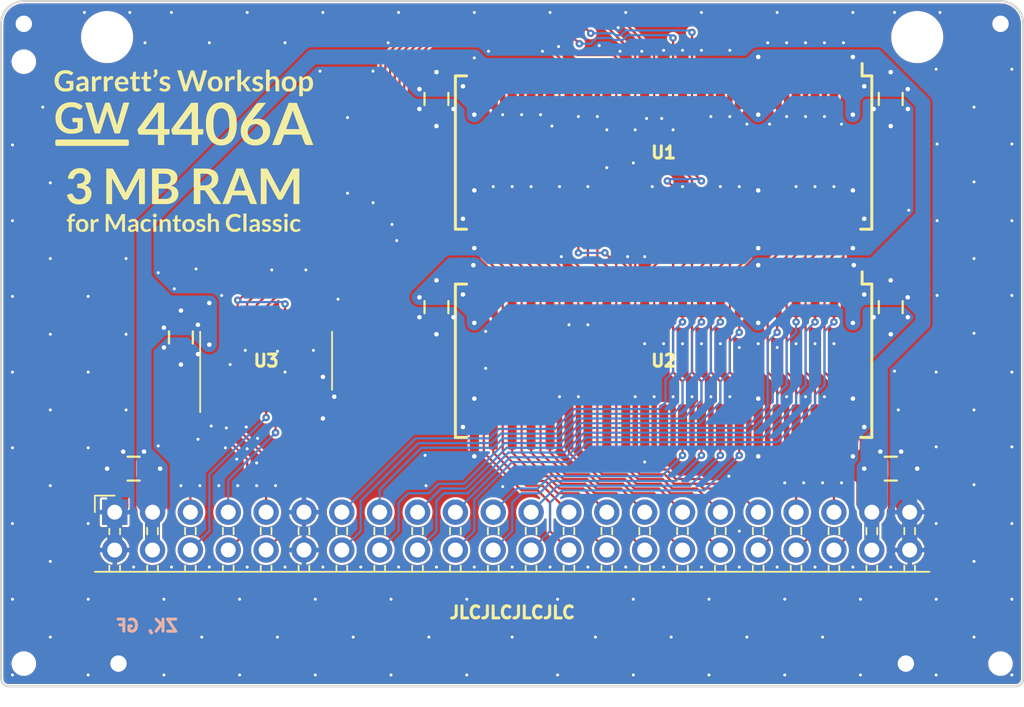
<source format=kicad_pcb>
(kicad_pcb (version 20221018) (generator pcbnew)
  (layers (0 "F.Cu" mixed) (31 "B.Cu" mixed) (34 "B.Paste" user) (35 "F.Paste" user) (36 "B.SilkS" user "B.Silkscreen") (37 "F.SilkS" user "F.Silkscreen") (38 "B.Mask" user) (39 "F.Mask" user) (44 "Edge.Cuts" user))
  (net 0 "")
  (net 1 "+5V")
  (net 2 "/~{WE}")
  (net 3 "GND")
  (net 4 "/A0")
  (net 5 "/A1")
  (net 6 "/A2")
  (net 7 "/A3")
  (net 8 "/A4")
  (net 9 "/A5")
  (net 10 "/A6")
  (net 11 "/A7")
  (net 12 "/A8")
  (net 13 "/A9")
  (net 14 "/~{RAS}")
  (net 15 "/DQ7")
  (net 16 "/DQ6")
  (net 17 "/DQ5")
  (net 18 "/DQ4")
  (net 19 "/DQ3")
  (net 20 "/DQ2")
  (net 21 "/DQ1")
  (net 22 "/DQ0")
  (net 23 "/U~{CAS}C")
  (net 24 "/L~{CAS}C")
  (net 25 "/L~{CAS}1")
  (net 26 "/U~{CAS}1")
  (net 27 "/U~{CAS}D")
  (net 28 "/L~{CAS}D")
  (net 29 "/DQ8")
  (net 30 "/DQ10")
  (net 31 "/DQ9")
  (net 32 "/DQ11")
  (net 33 "/DQ12")
  (net 34 "/DQ14")
  (net 35 "/DQ13")
  (net 36 "/DQ15")
  (net 37 "/~{OE}1")
  (net 38 "/~{OE}0")
  (net 41 "/U~{CAS}0")
  (net 42 "/L~{CAS}0")
  (footprint "stdpads:Fiducial" (layer "F.Cu") (at 90.424 90.424)
    (fp_text reference "FID4" hide)
    (fp_text value "Fiducial" hide)
  )
  (footprint "stdpads:C_0805" (layer "F.Cu") (at 115.57 109.435 -90)
    (fp_text reference "C4")
    (fp_text value "2u2")
  )
  (footprint "stdpads:C_0805" (layer "F.Cu") (at 95.25 120.269 180)
    (fp_text reference "C1")
    (fp_text value "2u2")
  )
  (footprint "stdpads:C_0805" (layer "F.Cu") (at 146.05 109.435 -90)
    (fp_text reference "C5")
    (fp_text value "2u2")
  )
  (footprint "stdpads:Fiducial" (layer "F.Cu") (at 150.876 90.424)
    (fp_text reference "FID3" hide)
    (fp_text value "Fiducial" hide)
  )
  (footprint "stdpads:PasteHole_1.1mm_PTH" (layer "F.Cu") (at 87.884 90.424)
    (fp_text reference "H4")
    (fp_text value " " hide)
  )
  (footprint "stdpads:PasteHole_1.1mm_PTH" (layer "F.Cu") (at 153.416 90.424)
    (fp_text reference "H3")
    (fp_text value " " hide)
  )
  (footprint "stdpads:PinSocket_2x22_P2.54mm_Horizontal" (layer "F.Cu") (at 93.98 123.19 90)
    (fp_text reference "J1" hide)
    (fp_text value "RAM Exp." hide)
  )
  (footprint "stdpads:PasteHole_1.1mm_PTH" (layer "F.Cu") (at 147.066 133.35 180)
    (fp_text reference "H2")
    (fp_text value " " hide)
  )
  (footprint "stdpads:Fiducial" (layer "F.Cu") (at 94.234 130.81 180)
    (fp_text reference "FID1" hide)
    (fp_text value "Fiducial" hide)
  )
  (footprint "stdpads:Fiducial" (layer "F.Cu") (at 147.066 130.81 180)
    (fp_text reference "FID2" hide)
    (fp_text value "Fiducial" hide)
  )
  (footprint "stdpads:SOJ-42_400mil" (layer "F.Cu") (at 130.81 99.06 -90)
    (fp_text reference "U1")
    (fp_text value "AS4C1M16F5")
  )
  (footprint "stdpads:SOIC-14_3.9mm" (layer "F.Cu") (at 104.14 113.03)
    (fp_text reference "U3")
    (fp_text value "74HCT08D")
  )
  (footprint "stdpads:SOJ-42_400mil" (layer "F.Cu") (at 130.81 113.03 -90)
    (fp_text reference "U2")
    (fp_text value "AS4C1M16F5")
  )
  (footprint "stdpads:C_0805" (layer "F.Cu") (at 146.05 120.269)
    (fp_text reference "C2")
    (fp_text value "2u2")
  )
  (footprint "stdpads:C_0805" (layer "F.Cu") (at 98.425 111.467 -90)
    (fp_text reference "C3")
    (fp_text value "2u2")
  )
  (footprint "stdpads:C_0805" (layer "F.Cu") (at 146.05 95.465 -90)
    (fp_text reference "C7")
    (fp_text value "2u2")
  )
  (footprint "stdpads:C_0805" (layer "F.Cu") (at 115.57 95.465 -90)
    (fp_text reference "C6")
    (fp_text value "2u2")
  )
  (footprint "stdpads:PasteHole_1.1mm_PTH" (layer "F.Cu") (at 94.234 133.35 180)
    (fp_text reference "H1")
    (fp_text value " " hide)
  )
  (footprint "LOGO" (layer "F.Cu") (at 98.6155 96.266)
    (fp_text reference "G***" hide)
    (fp_text value "LOGO" hide)
  )
  (footprint "stdpads:PasteHole_1.152mm_NPTH" (layer "F.Cu") (at 87.884 133.35)
    (fp_text reference "H6")
    (fp_text value " " hide)
  )
  (footprint "stdpads:PasteHole_3mm_NPTH" (layer "F.Cu") (at 93.472 91.313)
    (fp_text reference "H9")
    (fp_text value " " hide)
  )
  (footprint "LOGO" (layer "F.Cu") (at 98.6155 102.1715)
    (fp_text reference "G***" hide)
    (fp_text value "LOGO" hide)
  )
  (footprint "stdpads:PasteHole_1.152mm_NPTH" (layer "F.Cu") (at 87.884 92.964)
    (fp_text reference "H7")
    (fp_text value " " hide)
  )
  (footprint "stdpads:PasteHole_3mm_NPTH" (layer "F.Cu") (at 147.828 91.313)
    (fp_text reference "H8")
    (fp_text value " " hide)
  )
  (footprint "stdpads:PasteHole_1.152mm_NPTH" (layer "F.Cu") (at 153.416 133.35)
    (fp_text reference "H5")
    (fp_text value " " hide)
  )
  (gr_line (start 153.416 88.9) (end 87.884 88.9) (stroke (width 0.15)) (layer "Edge.Cuts"))
  (gr_line (start 154.94 118.5545) (end 154.94 90.424) (stroke (width 0.15)) (layer "Edge.Cuts"))
  (gr_arc (start 86.36 90.424) (mid 86.806369 89.346369) (end 87.884 88.9) (stroke (width 0.15)) (layer "Edge.Cuts"))
  (gr_arc (start 153.416 88.9) (mid 154.493631 89.346369) (end 154.94 90.424) (stroke (width 0.15)) (layer "Edge.Cuts"))
  (gr_arc (start 86.868 134.874) (mid 86.50879 134.72521) (end 86.36 134.366) (stroke (width 0.15)) (layer "Edge.Cuts"))
  (gr_line (start 154.94 134.366) (end 154.94 118.5545) (stroke (width 0.15)) (layer "Edge.Cuts"))
  (gr_line (start 86.36 90.424) (end 86.36 134.366) (stroke (width 0.15)) (layer "Edge.Cuts"))
  (gr_line (start 86.868 134.874) (end 154.432 134.874) (stroke (width 0.15)) (layer "Edge.Cuts"))
  (gr_arc (start 154.94 134.366) (mid 154.79121 134.72521) (end 154.432 134.874) (stroke (width 0.15)) (layer "Edge.Cuts"))
  (gr_text "ZK, GF" (at 96.139 130.81) (layer "B.SilkS") (effects (font (size 0.8128 0.8128) (thickness 0.2032)) (justify mirror)))
  (gr_text "JLCJLCJLCJLC" (at 120.65 129.921) (layer "F.SilkS") (effects (font (size 0.8128 0.8128) (thickness 0.2032))))
  (segment (start 137.16 94.59) (end 137.16 96.52) (width 0.6) (layer "F.Cu") (net 1))
  (segment (start 137.16 108.56) (end 137.16 110.49) (width 0.6) (layer "F.Cu") (net 1))
  (segment (start 137.16 94.59) (end 137.16 92.6465) (width 0.6) (layer "F.Cu") (net 1))
  (segment (start 137.16 108.56) (end 137.16 106.6165) (width 0.6) (layer "F.Cu") (net 1))
  (segment (start 146.05 108.585) (end 146.05 107.6325) (width 0.6) (layer "F.Cu") (net 1))
  (segment (start 146.05 108.585) (end 144.272 108.585) (width 0.6) (layer "F.Cu") (net 1))
  (segment (start 146.05 108.585) (end 147.0025 108.585) (width 0.6) (layer "F.Cu") (net 1))
  (segment (start 147.0025 108.585) (end 147.193 108.7755) (width 0.6) (layer "F.Cu") (net 1))
  (segment (start 115.57 94.615) (end 117.348 94.615) (width 0.6) (layer "F.Cu") (net 1))
  (segment (start 115.57 94.615) (end 115.57 93.6625) (width 0.6) (layer "F.Cu") (net 1))
  (segment (start 114.6175 94.615) (end 114.427 94.8055) (width 0.6) (layer "F.Cu") (net 1))
  (segment (start 115.57 94.615) (end 114.6175 94.615) (width 0.6) (layer "F.Cu") (net 1))
  (segment (start 96.1 120.269) (end 97.028 120.269) (width 0.6) (layer "F.Cu") (net 1))
  (segment (start 96.1 120.269) (end 96.1 119.2775) (width 0.6) (layer "F.Cu") (net 1))
  (segment (start 96.1 119.2775) (end 95.9485 119.126) (width 0.6) (layer "F.Cu") (net 1))
  (segment (start 100.33 110.555) (end 100.33 111.9505) (width 0.6) (layer "F.Cu") (net 1))
  (segment (start 97.4725 110.617) (end 97.282 110.8075) (width 0.6) (layer "F.Cu") (net 1))
  (segment (start 100.33 110.555) (end 100.268 110.617) (width 0.6) (layer "F.Cu") (net 1))
  (segment (start 100.268 110.617) (end 99.568 110.617) (width 0.6) (layer "F.Cu") (net 1))
  (segment (start 98.425 110.617) (end 98.425 109.6645) (width 0.6) (layer "F.Cu") (net 1))
  (segment (start 100.33 110.555) (end 100.33 109.1565) (width 0.6) (layer "F.Cu") (net 1))
  (segment (start 98.425 110.617) (end 97.4725 110.617) (width 0.6) (layer "F.Cu") (net 1))
  (segment (start 98.425 110.617) (end 99.568 110.617) (width 0.6) (layer "F.Cu") (net 1))
  (segment (start 145.2 122.77) (end 144.78 123.19) (width 1) (layer "F.Cu") (net 1))
  (segment (start 143.51 108.56) (end 143.51 106.68) (width 0.6) (layer "F.Cu") (net 1))
  (segment (start 143.51 94.59) (end 143.51 92.6465) (width 0.6) (layer "F.Cu") (net 1))
  (segment (start 118.11 94.59) (end 118.11 96.52) (width 0.6) (layer "F.Cu") (net 1))
  (segment (start 118.11 108.56) (end 118.11 106.68) (width 0.6) (layer "F.Cu") (net 1))
  (segment (start 143.535 108.585) (end 144.272 108.585) (width 0.6) (layer "F.Cu") (net 1))
  (segment (start 118.085 94.615) (end 117.348 94.615) (width 0.6) (layer "F.Cu") (net 1))
  (segment (start 147.0025 94.615) (end 147.193 94.8055) (width 0.6) (layer "F.Cu") (net 1))
  (segment (start 143.51 108.56) (end 143.535 108.585) (width 0.6) (layer "F.Cu") (net 1))
  (segment (start 96.1 120.269) (end 96.1 122.77) (width 1) (layer "F.Cu") (net 1))
  (segment (start 145.2 120.269) (end 145.2 119.2775) (width 0.6) (layer "F.Cu") (net 1))
  (segment (start 115.57 108.585) (end 115.57 107.6325) (width 0.6) (layer "F.Cu") (net 1))
  (segment (start 146.05 94.615) (end 146.05 93.6625) (width 0.6) (layer "F.Cu") (net 1))
  (segment (start 96.52 123.19) (end 96.52 125.73) (width 1) (layer "F.Cu") (net 1))
  (segment (start 145.2 120.269) (end 145.2 122.77) (width 1) (layer "F.Cu") (net 1))
  (segment (start 114.6175 108.585) (end 114.427 108.7755) (width 0.6) (layer "F.Cu") (net 1))
  (segment (start 118.085 108.585) (end 117.348 108.585) (width 0.6) (layer "F.Cu") (net 1))
  (segment (start 143.51 94.59) (end 143.535 94.615) (width 0.6) (layer "F.Cu") (net 1))
  (segment (start 118.11 108.56) (end 118.085 108.585) (width 0.6) (layer "F.Cu") (net 1))
  (segment (start 118.11 108.56) (end 118.11 110.49) (width 0.6) (layer "F.Cu") (net 1))
  (segment (start 143.51 108.56) (end 143.51 110.49) (width 0.6) (layer "F.Cu") (net 1))
  (segment (start 143.51 94.59) (end 143.51 96.52) (width 0.6) (layer "F.Cu") (net 1))
  (segment (start 118.11 94.59) (end 118.11 92.71) (width 0.5) (layer "F.Cu") (net 1))
  (segment (start 118.11 106.68) (end 118.0465 106.6165) (width 0.6) (layer "F.Cu") (net 1))
  (segment (start 146.05 94.615) (end 147.0025 94.615) (width 0.6) (layer "F.Cu") (net 1))
  (segment (start 146.05 94.615) (end 144.272 94.615) (width 0.6) (layer "F.Cu") (net 1))
  (segment (start 145.2 120.269) (end 144.272 120.269) (width 0.6) (layer "F.Cu") (net 1))
  (segment (start 143.535 94.615) (end 144.272 94.615) (width 0.6) (layer "F.Cu") (net 1))
  (segment (start 115.57 108.585) (end 117.348 108.585) (width 0.6) (layer "F.Cu") (net 1))
  (segment (start 118.11 94.59) (end 118.085 94.615) (width 0.6) (layer "F.Cu") (net 1))
  (segment (start 145.2 119.2775) (end 145.3515 119.126) (width 0.6) (layer "F.Cu") (net 1))
  (segment (start 115.57 108.585) (end 114.6175 108.585) (width 0.6) (layer "F.Cu") (net 1))
  (segment (start 96.1 122.77) (end 96.52 123.19) (width 1) (layer "F.Cu") (net 1))
  (segment (start 144.78 123.19) (end 144.78 125.73) (width 1) (layer "F.Cu") (net 1))
  (segment (start 143.51 106.68) (end 143.5735 106.6165) (width 0.6) (layer "F.Cu") (net 1))
  (via (at 137.16 96.52) (size 0.6) (drill 0.3) (layers "F.Cu" "B.Cu") (net 1))
  (via (at 137.16 110.49) (size 0.6) (drill 0.3) (layers "F.Cu" "B.Cu") (net 1))
  (via (at 137.16 92.6465) (size 0.6) (drill 0.3) (layers "F.Cu" "B.Cu") (net 1))
  (via (at 137.16 106.6165) (size 0.6) (drill 0.3) (layers "F.Cu" "B.Cu") (net 1))
  (via (at 146.05 107.6325) (size 0.6) (drill 0.3) (layers "F.Cu" "B.Cu") (net 1))
  (via (at 147.193 108.7755) (size 0.6) (drill 0.3) (layers "F.Cu" "B.Cu") (net 1))
  (via (at 114.427 94.8055) (size 0.6) (drill 0.3) (layers "F.Cu" "B.Cu") (net 1))
  (via (at 115.57 93.6625) (size 0.6) (drill 0.3) (layers "F.Cu" "B.Cu") (net 1))
  (via (at 97.028 120.269) (size 0.6) (drill 0.3) (layers "F.Cu" "B.Cu") (net 1))
  (via (at 95.9485 119.126) (size 0.6) (drill 0.3) (layers "F.Cu" "B.Cu") (net 1))
  (via (at 100.33 111.9505) (size 0.6) (drill 0.3) (layers "F.Cu" "B.Cu") (net 1))
  (via (at 98.425 109.6645) (size 0.6) (drill 0.3) (layers "F.Cu" "B.Cu") (net 1))
  (via (at 100.33 109.1565) (size 0.6) (drill 0.3) (layers "F.Cu" "B.Cu") (net 1))
  (via (at 99.568 110.617) (size 0.6) (drill 0.3) (layers "F.Cu" "B.Cu") (net 1))
  (via (at 97.282 110.8075) (size 0.6) (drill 0.3) (layers "F.Cu" "B.Cu") (net 1))
  (via (at 115.57 107.6325) (size 0.6) (drill 0.3) (layers "F.Cu" "B.Cu") (net 1))
  (via (at 143.5735 106.6165) (size 0.6) (drill 0.3) (layers "F.Cu" "B.Cu") (net 1))
  (via (at 144.272 120.269) (size 0.6) (drill 0.3) (layers "F.Cu" "B.Cu") (net 1))
  (via (at 144.272 108.585) (size 0.6) (drill 0.3) (layers "F.Cu" "B.Cu") (net 1))
  (via (at 143.51 92.6465) (size 0.6) (drill 0.3) (layers "F.Cu" "B.Cu") (net 1))
  (via (at 145.3515 119.126) (size 0.6) (drill 0.3) (layers "F.Cu" "B.Cu") (net 1))
  (via (at 144.272 94.615) (size 0.6) (drill 0.3) (layers "F.Cu" "B.Cu") (net 1))
  (via (at 118.11 92.71) (size 0.5) (drill 0.2) (layers "F.Cu" "B.Cu") (net 1))
  (via (at 143.51 110.49) (size 0.6) (drill 0.3) (layers "F.Cu" "B.Cu") (net 1))
  (via (at 143.51 96.52) (size 0.6) (drill 0.3) (layers "F.Cu" "B.Cu") (net 1))
  (via (at 117.348 108.585) (size 0.6) (drill 0.3) (layers "F.Cu" "B.Cu") (net 1))
  (via (at 118.11 110.49) (size 0.6) (drill 0.3) (layers "F.Cu" "B.Cu") (net 1))
  (via (at 117.348 94.615) (size 0.6) (drill 0.3) (layers "F.Cu" "B.Cu") (net 1))
  (via (at 147.193 94.8055) (size 0.6) (drill 0.3) (layers "F.Cu" "B.Cu") (net 1))
  (via (at 118.0465 106.6165) (size 0.6) (drill 0.3) (layers "F.Cu" "B.Cu") (net 1))
  (via (at 146.05 93.6625) (size 0.6) (drill 0.3) (layers "F.Cu" "B.Cu") (net 1))
  (via (at 118.11 96.52) (size 0.6) (drill 0.3) (layers "F.Cu" "B.Cu") (net 1))
  (via (at 114.427 108.7755) (size 0.6) (drill 0.3) (layers "F.Cu" "B.Cu") (net 1))
  (segment (start 137.16 92.6465) (end 143.51 92.6465) (width 1) (layer "B.Cu") (net 1))
  (segment (start 117.0305 94.8055) (end 118.11 95.885) (width 1) (layer "B.Cu") (net 1))
  (segment (start 137.82675 93.31325) (end 137.16 92.6465) (width 1) (layer "B.Cu") (net 1))
  (segment (start 137.8585 95.8215) (end 137.16 96.52) (width 1) (layer "B.Cu") (net 1))
  (segment (start 137.8585 93.345) (end 137.82675 93.31325) (width 1) (layer "B.Cu") (net 1))
  (segment (start 137.8585 95.8215) (end 137.8585 93.345) (width 1) (layer "B.Cu") (net 1))
  (segment (start 139.065 94.615) (end 137.8585 95.8215) (width 1) (layer "B.Cu") (net 1))
  (segment (start 139.1285 94.615) (end 137.82675 93.31325) (width 1) (layer "B.Cu") (net 1))
  (segment (start 135.255 94.615) (end 139.065 94.615) (width 1) (layer "B.Cu") (net 1))
  (segment (start 118.11 95.885) (end 118.11 96.52) (width 1) (layer "B.Cu") (net 1))
  (segment (start 118.11 92.6465) (end 116.586 92.6465) (width 1) (layer "B.Cu") (net 1))
  (segment (start 118.11 93.853) (end 118.11 92.6465) (width 1) (layer "B.Cu") (net 1))
  (segment (start 116.586 92.6465) (end 114.427 94.8055) (width 1) (layer "B.Cu") (net 1))
  (segment (start 118.11 92.6465) (end 118.71325 93.24975) (width 1) (layer "B.Cu") (net 1))
  (segment (start 118.11 92.6465) (end 118.11 96.52) (width 1) (layer "B.Cu") (net 1))
  (segment (start 118.11 92.6465) (end 115.951 94.8055) (width 1) (layer "B.Cu") (net 1))
  (segment (start 115.951 94.8055) (end 114.9985 94.8055) (width 1) (layer "B.Cu") (net 1))
  (segment (start 117.1575 92.6465) (end 114.9985 94.8055) (width 1) (layer "B.Cu") (net 1))
  (segment (start 147.066 94.8055) (end 144.907 92.6465) (width 1) (layer "B.Cu") (net 1))
  (segment (start 117.348 94.615) (end 118.11 93.853) (width 1) (layer "B.Cu") (net 1))
  (segment (start 143.51 92.6465) (end 145.034 92.6465) (width 1) (layer "B.Cu") (net 1))
  (segment (start 118.11 95.377) (end 118.11 96.52) (width 1) (layer "B.Cu") (net 1))
  (segment (start 148.209 95.758) (end 147.2565 94.8055) (width 1) (layer "B.Cu") (net 1))
  (segment (start 144.272 94.615) (end 139.1285 94.615) (width 1) (layer "B.Cu") (net 1))
  (segment (start 144.272 94.615) (end 139.065 94.615) (width 1) (layer "B.Cu") (net 1))
  (segment (start 137.16 96.52) (end 137.16 92.6465) (width 1) (layer "B.Cu") (net 1))
  (segment (start 147.193 94.8055) (end 147.066 94.8055) (width 1) (layer "B.Cu") (net 1))
  (segment (start 147.2565 94.8055) (end 147.193 94.8055) (width 1) (layer "B.Cu") (net 1))
  (segment (start 145.034 92.6465) (end 147.193 94.8055) (width 1) (layer "B.Cu") (net 1))
  (segment (start 117.348 94.615) (end 118.11 95.377) (width 1) (layer "B.Cu") (net 1))
  (segment (start 117.348 94.615) (end 135.1915 94.615) (width 1) (layer "B.Cu") (net 1))
  (segment (start 117.348 94.615) (end 135.255 94.615) (width 1) (layer "B.Cu") (net 1))
  (segment (start 144.907 92.6465) (end 145.0975 92.6465) (width 1) (layer "B.Cu") (net 1))
  (segment (start 145.0975 92.6465) (end 148.209 95.758) (width 1) (layer "B.Cu") (net 1))
  (segment (start 118.11 92.6465) (end 118.6815 93.218) (width 1) (layer "B.Cu") (net 1))
  (segment (start 118.11 92.6465) (end 117.1575 92.6465) (width 1) (layer "B.Cu") (net 1))
  (segment (start 136.398 95.758) (end 137.16 96.52) (width 1) (layer "B.Cu") (net 1))
  (segment (start 136.398 93.4085) (end 136.55675 93.24975) (width 1) (layer "B.Cu") (net 1))
  (segment (start 136.398 95.758) (end 136.398 93.4085) (width 1) (layer "B.Cu") (net 1))
  (segment (start 135.1915 94.615) (end 136.55675 93.24975) (width 1) (layer "B.Cu") (net 1))
  (segment (start 135.255 94.615) (end 136.398 95.758) (width 1) (layer "B.Cu") (net 1))
  (segment (start 136.55675 93.24975) (end 137.16 92.6465) (width 1) (layer "B.Cu") (net 1))
  (segment (start 139.065 94.615) (end 142.748 94.615) (width 1) (layer "B.Cu") (net 1))
  (segment (start 143.51 92.6465) (end 143.51 93.853) (width 1) (layer "B.Cu") (net 1))
  (segment (start 143.51 93.853) (end 144.272 94.615) (width 1) (layer "B.Cu") (net 1))
  (segment (start 143.51 92.6465) (end 145.669 94.8055) (width 1) (layer "B.Cu") (net 1))
  (segment (start 145.669 94.8055) (end 147.193 94.8055) (width 1) (layer "B.Cu") (net 1))
  (segment (start 143.51 95.377) (end 144.272 94.615) (width 1) (layer "B.Cu") (net 1))
  (segment (start 143.51 96.52) (end 143.51 95.377) (width 1) (layer "B.Cu") (net 1))
  (segment (start 136.5885 93.218) (end 137.16 92.6465) (width 1) (layer "B.Cu") (net 1))
  (segment (start 118.6815 93.218) (end 136.5885 93.218) (width 1) (layer "B.Cu") (net 1))
  (segment (start 142.5321 93.6244) (end 143.51 92.6465) (width 1) (layer "B.Cu") (net 1))
  (segment (start 138.1379 93.6244) (end 142.5321 93.6244) (width 1) (layer "B.Cu") (net 1))
  (segment (start 114.427 94.8055) (end 114.9985 94.8055) (width 1) (layer "B.Cu") (net 1))
  (segment (start 135.1915 94.615) (end 120.015 94.615) (width 1) (layer "B.Cu") (net 1))
  (segment (start 120.0785 94.615) (end 135.1915 94.615) (width 1) (layer "B.Cu") (net 1))
  (segment (start 114.427 94.8055) (end 117.0305 94.8055) (width 1) (layer "B.Cu") (net 1))
  (segment (start 120.015 94.615) (end 118.745 95.885) (width 1) (layer "B.Cu") (net 1))
  (segment (start 137.16 92.6465) (end 138.1379 93.6244) (width 1) (layer "B.Cu") (net 1))
  (segment (start 118.745 93.2815) (end 118.71325 93.24975) (width 1) (layer "B.Cu") (net 1))
  (segment (start 118.11 93.853) (end 135.9535 93.853) (width 1) (layer "B.Cu") (net 1))
  (segment (start 135.9535 93.853) (end 137.16 92.6465) (width 1) (layer "B.Cu") (net 1))
  (segment (start 118.745 95.885) (end 118.11 96.52) (width 1) (layer "B.Cu") (net 1))
  (segment (start 142.748 94.615) (end 143.51 95.377) (width 1) (layer "B.Cu") (net 1))
  (segment (start 118.71325 93.24975) (end 120.0785 94.615) (width 1) (layer "B.Cu") (net 1))
  (segment (start 118.745 95.885) (end 118.745 93.2815) (width 1) (layer "B.Cu") (net 1))
  (segment (start 147.193 94.8055) (end 144.0815 94.8055) (width 1) (layer "B.Cu") (net 1))
  (segment (start 144.0815 94.8055) (end 143.51 95.377) (width 1) (layer "B.Cu") (net 1))
  (segment (start 144.4625 94.8055) (end 144.272 94.615) (width 1) (layer "B.Cu") (net 1))
  (segment (start 147.193 94.8055) (end 144.4625 94.8055) (width 1) (layer "B.Cu") (net 1))
  (segment (start 142.748 94.615) (end 143.51 93.853) (width 1) (layer "B.Cu") (net 1))
  (segment (start 144.272 94.615) (end 147.066 94.615) (width 1) (layer "B.Cu") (net 1))
  (segment (start 147.066 94.615) (end 148.209 95.758) (width 1) (layer "B.Cu") (net 1))
  (segment (start 143.51 107.823) (end 144.272 108.585) (width 1) (layer "B.Cu") (net 1))
  (segment (start 112.3315 92.71) (end 118.11 92.71) (width 1) (layer "B.Cu") (net 1))
  (segment (start 142.5321 107.5944) (end 143.51 106.6165) (width 1) (layer "B.Cu") (net 1))
  (segment (start 147.193 108.7755) (end 144.4625 108.7755) (width 1) (layer "B.Cu") (net 1))
  (segment (start 100.33 111.9505) (end 100.33 109.1565) (width 1) (layer "B.Cu") (net 1))
  (segment (start 115.951 108.7755) (end 114.9985 108.7755) (width 1) (layer "B.Cu") (net 1))
  (segment (start 95.9485 112.141) (end 95.9485 110.8075) (width 1) (layer "B.Cu") (net 1))
  (segment (start 97.282 110.8075) (end 99.259502 110.8075) (width 1) (layer "B.Cu") (net 1))
  (segment (start 147.6375 106.6165) (end 148.209 107.188) (width 1) (layer "B.Cu") (net 1))
  (segment (start 142.748 108.585) (end 143.51 107.823) (width 1) (layer "B.Cu") (net 1))
  (segment (start 118.11 92.71) (end 118.0465 92.6465) (width 1) (layer "B.Cu") (net 1))
  (segment (start 147.066 108.7755) (end 144.907 106.6165) (width 1) (layer "B.Cu") (net 1))
  (segment (start 95.9485 112.0775) (end 95.9485 112.141) (width 1) (layer "B.Cu") (net 1))
  (segment (start 95.9485 109.474) (end 95.9485 109.347) (width 1) (layer "B.Cu") (net 1))
  (segment (start 139.065 108.585) (end 142.748 108.585) (width 1) (layer "B.Cu") (net 1))
  (segment (start 118.11 109.347) (end 118.11 110.49) (width 1) (layer "B.Cu") (net 1))
  (segment (start 112.268 92.6465) (end 112.3315 92.71) (width 1) (layer "B.Cu") (net 1))
  (segment (start 144.272 120.2055) (end 145.3515 119.126) (width 1) (layer "B.Cu") (net 1))
  (segment (start 137.16 106.6165) (end 143.51 106.6165) (width 1) (layer "B.Cu") (net 1))
  (segment (start 117.0305 108.7755) (end 118.11 109.855) (width 1) (layer "B.Cu") (net 1))
  (segment (start 145.034 106.6165) (end 147.193 108.7755) (width 1) (layer "B.Cu") (net 1))
  (segment (start 112.268 92.6465) (end 113.284 93.6625) (width 1) (layer "B.Cu") (net 1))
  (segment (start 117.1575 106.6165) (end 114.9985 108.7755) (width 1) (layer "B.Cu") (net 1))
  (segment (start 144.78 123.19) (end 144.78 119.6975) (width 1) (layer "B.Cu") (net 1))
  (segment (start 147.5105 106.6165) (end 147.6375 106.6165) (width 1) (layer "B.Cu") (net 1))
  (segment (start 118.11 106.6165) (end 118.6815 107.188) (width 1) (layer "B.Cu") (net 1))
  (segment (start 147.193 108.7755) (end 147.066 108.7755) (width 1) (layer "B.Cu") (net 1))
  (segment (start 144.272 108.585) (end 147.066 108.585) (width 1) (layer "B.Cu") (net 1))
  (segment (start 135.255 108.585) (end 139.065 108.585) (width 1) (layer "B.Cu") (net 1))
  (segment (start 97.2185 110.8075) (end 95.9485 112.0775) (width 1) (layer "B.Cu") (net 1))
  (segment (start 100.33 109.1565) (end 98.933 109.1565) (width 1) (layer "B.Cu") (net 1))
  (segment (start 144.78 123.19) (end 144.272 122.682) (width 1) (layer "B.Cu") (net 1))
  (segment (start 146.2405 106.6165) (end 148.209 104.648) (width 1) (layer "B.Cu") (net 1))
  (segment (start 99.187 110.8075) (end 100.33 111.9505) (width 1) (layer "B.Cu") (net 1))
  (segment (start 117.348 108.585) (end 118.11 107.823) (width 1) (layer "B.Cu") (net 1))
  (segment (start 147.5105 106.6165) (end 148.209 105.918) (width 1) (layer "B.Cu") (net 1))
  (segment (start 148.209 107.188) (end 148.209 103.3145) (width 1) (layer "B.Cu") (net 1))
  (segment (start 96.52 119.6975) (end 95.9485 119.126) (width 1) (layer "B.Cu") (net 1))
  (segment (start 117.348 108.585) (end 135.1915 108.585) (width 1) (layer "B.Cu") (net 1))
  (segment (start 97.282 110.8075) (end 95.9485 109.474) (width 1) (layer "B.Cu") (net 1))
  (segment (start 118.6815 107.188) (end 136.5885 107.188) (width 1) (layer "B.Cu") (net 1))
  (segment (start 147.066 108.585) (end 148.209 109.728) (width 1) (layer "B.Cu") (net 1))
  (segment (start 100.33 109.1565) (end 98.679 110.8075) (width 1) (layer "B.Cu") (net 1))
  (segment (start 95.9485 106.9975) (end 95.9485 103.9495) (width 1) (layer "B.Cu") (net 1))
  (segment (start 96.266 109.6645) (end 95.9485 109.347) (width 1) (layer "B.Cu") (net 1))
  (segment (start 145.3515 119.126) (end 145.3515 122.6185) (width 1) (layer "B.Cu") (net 1))
  (segment (start 118.745 109.855) (end 118.745 107.2515) (width 1) (layer "B.Cu") (net 1))
  (segment (start 135.9535 107.823) (end 137.16 106.6165) (width 1) (layer "B.Cu") (net 1))
  (segment (start 145.0975 106.6165) (end 148.209 109.728) (width 1) (layer "B.Cu") (net 1))
  (segment (start 145.3515 119.126) (end 145.3515 113.3475) (width 1) (layer "B.Cu") (net 1))
  (segment (start 135.255 108.585) (end 136.398 109.728) (width 1) (layer "B.Cu") (net 1))
  (segment (start 143.51 106.6165) (end 143.51 107.823) (width 1) (layer "B.Cu") (net 1))
  (segment (start 144.526 120.015) (end 144.526 118.618) (width 1) (layer "B.Cu") (net 1))
  (segment (start 98.8695 109.1565) (end 100.33 109.1565) (width 1) (layer "B.Cu") (net 1))
  (segment (start 144.78 123.19) (end 144.78 125.73) (width 1) (layer "B.Cu") (net 1))
  (segment (start 144.0815 108.7755) (end 143.51 109.347) (width 1) (layer "B.Cu") (net 1))
  (segment (start 139.1285 108.585) (end 137.82675 107.28325) (width 1) (layer "B.Cu") (net 1))
  (segment (start 118.11 109.855) (end 118.11 110.49) (width 1) (layer "B.Cu") (net 1))
  (segment (start 145.3515 113.3475) (end 148.209 110.49) (width 1) (layer "B.Cu") (net 1))
  (segment (start 117.348 108.585) (end 135.255 108.585) (width 1) (layer "B.Cu") (net 1))
  (segment (start 144.272 108.585) (end 139.1285 108.585) (width 1) (layer "B.Cu") (net 1))
  (segment (start 136.398 109.728) (end 136.398 107.3785) (width 1) (layer "B.Cu") (net 1))
  (segment (start 118.11 106.6165) (end 118.11 110.49) (width 1) (layer "B.Cu") (net 1))
  (segment (start 114.427 108.7755) (end 114.9985 108.7755) (width 1) (layer "B.Cu") (net 1))
  (segment (start 144.907 106.6165) (end 146.4945 106.6165) (width 1) (layer "B.Cu") (net 1))
  (segment (start 144.907 106.6165) (end 146.2405 106.6165) (width 1) (layer "B.Cu") (net 1))
  (segment (start 95.9485 110.8075) (end 97.282 110.8075) (width 1) (layer "B.Cu") (net 1))
  (segment (start 95.9485 103.9495) (end 107.2515 92.6465) (width 1) (layer "B.Cu") (net 1))
  (segment (start 112.268 92.6465) (end 114.427 94.8055) (width 1) (layer "B.Cu") (net 1))
  (segment (start 100.33 109.1565) (end 96.139 109.1565) (width 1) (layer "B.Cu") (net 1))
  (segment (start 145.669 108.7755) (end 147.193 108.7755) (width 1) (layer "B.Cu") (net 1))
  (segment (start 97.028 120.2055) (end 97.028 120.269) (width 1) (layer "B.Cu") (net 1))
  (segment (start 118.745 109.855) (end 118.11 110.49) (width 1) (layer "B.Cu") (net 1))
  (segment (start 95.9485 110.8075) (end 95.9485 109.347) (width 1) (layer "B.Cu") (net 1))
  (segment (start 98.425 109.6645) (end 98.6155 109.6645) (width 1) (layer "B.Cu") (net 1))
  (segment (start 146.4945 106.6165) (end 148.209 108.331) (width 1) (layer "B.Cu") (net 1))
  (segment (start 136.55675 107.21975) (end 137.16 106.6165) (width 1) (layer "B.Cu") (net 1))
  (segment (start 142.748 108.585) (end 143.51 109.347) (width 1) (layer "B.Cu") (net 1))
  (segment (start 144.272 122.682) (end 144.272 120.269) (width 1) (layer "B.Cu") (net 1))
  (segment (start 144.907 106.6165) (end 148.209 103.3145) (width 1) (layer "B.Cu") (net 1))
  (segment (start 118.11 106.6165) (end 116.586 106.6165) (width 1) (layer "B.Cu") (net 1))
  (segment (start 98.933 109.1565) (end 97.282 110.8075) (width 1) (layer "B.Cu") (net 1))
  (segment (start 115.57 107.6325) (end 116.3955 107.6325) (width 1) (layer "B.Cu") (net 1))
  (segment (start 112.268 92.6465) (end 114.554 92.6465) (width 1) (layer "B.Cu") (net 1))
  (segment (start 144.272 120.269) (end 144.526 120.015) (width 1) (layer "B.Cu") (net 1))
  (segment (start 135.1915 108.585) (end 136.55675 107.21975) (width 1) (layer "B.Cu") (net 1))
  (segment (start 98.425 109.6645) (end 96.266 109.6645) (width 1) (layer "B.Cu") (net 1))
  (segment (start 146.2405 106.6165) (end 147.5105 106.6165) (width 1) (layer "B.Cu") (net 1))
  (segment (start 143.51 106.6165) (end 145.669 108.7755) (width 1) (layer "B.Cu") (net 1))
  (segment (start 148.209 110.49) (end 148.209 107.188) (width 1) (layer "B.Cu") (net 1))
  (segment (start 145.3515 122.6185) (end 144.78 123.19) (width 1) (layer "B.Cu") (net 1))
  (segment (start 136.398 109.728) (end 137.16 110.49) (width 1) (layer "B.Cu") (net 1))
  (segment (start 96.139 109.1565) (end 95.9485 109.347) (width 1) (layer "B.Cu") (net 1))
  (segment (start 136.5885 107.188) (end 137.16 106.6165) (width 1) (layer "B.Cu") (net 1))
  (segment (start 120.015 108.585) (end 118.745 109.855) (width 1) (layer "B.Cu") (net 1))
  (segment (start 96.52 123.19) (end 96.52 119.6975) (width 1) (layer "B.Cu") (net 1))
  (segment (start 144.907 106.6165) (end 145.0975 106.6165) (width 1) (layer "B.Cu") (net 1))
  (segment (start 112.268 92.6465) (end 107.2515 92.6465) (width 1) (layer "B.Cu") (net 1))
  (segment (start 144.4625 108.7755) (end 144.272 108.585) (width 1) (layer "B.Cu") (net 1))
  (segment (start 97.028 122.682) (end 96.52 123.19) (width 1) (layer "B.Cu") (net 1))
  (segment (start 95.9485 107.5055) (end 98.1075 109.6645) (width 1) (layer "B.Cu") (net 1))
  (segment (start 148.209 105.918) (end 148.209 104.648) (width 1) (layer "B.Cu") (net 1))
  (segment (start 95.9485 119.126) (end 95.9485 112.141) (width 1) (layer "B.Cu") (net 1))
  (segment (start 114.427 108.7755) (end 117.0305 108.7755) (width 1) (layer "B.Cu") (net 1))
  (segment (start 137.8585 109.7915) (end 137.16 110.49) (width 1) (layer "B.Cu") (net 1))
  (segment (start 118.11 106.6165) (end 115.951 108.7755) (width 1) (layer "B.Cu") (net 1))
  (segment (start 144.272 120.269) (end 144.272 120.2055) (width 1) (layer "B.Cu") (net 1))
  (segment (start 116.586 106.6165) (end 114.427 108.7755) (width 1) (layer "B.Cu") (net 1))
  (segment (start 118.11 106.6165) (end 117.1575 106.6165) (width 1) (layer "B.Cu") (net 1))
  (segment (start 143.51 110.49) (end 143.51 109.347) (width 1) (layer "B.Cu") (net 1))
  (segment (start 148.209 103.3145) (end 148.209 95.758) (width 1) (layer "B.Cu") (net 1))
  (segment (start 116.3955 107.6325) (end 117.348 108.585) (width 1) (layer "B.Cu") (net 1))
  (segment (start 95.9485 106.9975) (end 95.9485 107.5055) (width 1) (layer "B.Cu") (net 1))
  (segment (start 95.9485 109.347) (end 95.9485 106.9975) (width 1) (layer "B.Cu") (net 1))
  (segment (start 95.9485 119.126) (end 97.028 120.2055) (width 1) (layer "B.Cu") (net 1))
  (segment (start 143.51 106.6165) (end 145.034 106.6165) (width 1) (layer "B.Cu") (net 1))
  (segment (start 98.6155 109.6645) (end 99.568 110.617) (width 1) (layer "B.Cu") (net 1))
  (segment (start 144.526 118.618) (end 145.3515 117.7925) (width 1) (layer "B.Cu") (net 1))
  (segment (start 97.028 120.269) (end 97.028 122.682) (width 1) (layer "B.Cu") (net 1))
  (segment (start 136.398 107.3785) (end 136.55675 107.21975) (width 1) (layer "B.Cu") (net 1))
  (segment (start 138.1379 107.5944) (end 142.5321 107.5944) (width 1) (layer "B.Cu") (net 1))
  (segment (start 139.065 108.585) (end 137.8585 109.7915) (width 1) (layer "B.Cu") (net 1))
  (segment (start 143.51 109.347) (end 144.272 108.585) (width 1) (layer "B.Cu") (net 1))
  (segment (start 144.78 119.6975) (end 145.3515 119.126) (width 1) (layer "B.Cu") (net 1))
  (segment (start 96.52 123.19) (end 96.52 125.73) (width 1) (layer "B.Cu") (net 1))
  (segment (start 113.284 93.6625) (end 115.57 93.6625) (width 1) (layer "B.Cu") (net 1))
  (segment (start 147.2565 108.7755) (end 147.193 108.7755) (width 1) (layer "B.Cu") (net 1))
  (segment (start 118.71325 107.21975) (end 120.0785 108.585) (width 1) (layer "B.Cu") (net 1))
  (segment (start 147.193 108.7755) (end 144.0815 108.7755) (width 1) (layer "B.Cu") (net 1))
  (segment (start 118.745 107.2515) (end 118.71325 107.21975) (width 1) (layer "B.Cu") (net 1))
  (segment (start 145.3515 117.7925) (end 145.3515 113.3475) (width 1) (layer "B.Cu") (net 1))
  (segment (start 137.82675 107.28325) (end 137.16 106.6165) (width 1) (layer "B.Cu") (net 1))
  (segment (start 95.9485 119.126) (end 95.9485 122.6185) (width 1) (layer "B.Cu") (net 1))
  (segment (start 137.16 110.49) (end 137.16 106.6165) (width 1) (layer "B.Cu") (net 1))
  (segment (start 135.1915 108.585) (end 120.015 108.585) (width 1) (layer "B.Cu") (net 1))
  (segment (start 118.11 107.823) (end 118.11 106.6165) (width 1) (layer "B.Cu") (net 1))
  (segment (start 95.9485 122.6185) (end 96.52 123.19) (width 1) (layer "B.Cu") (net 1))
  (segment (start 148.209 109.728) (end 147.2565 108.7755) (width 1) (layer "B.Cu") (net 1))
  (segment (start 137.8585 109.7915) (end 137.8585 107.315) (width 1) (layer "B.Cu") (net 1))
  (segment (start 144.272 108.585) (end 139.065 108.585) (width 1) (layer "B.Cu") (net 1))
  (segment (start 116.586 92.6465) (end 112.268 92.6465) (width 1) (layer "B.Cu") (net 1))
  (segment (start 98.679 110.8075) (end 97.282 110.8075) (width 1) (layer "B.Cu") (net 1))
  (segment (start 148.209 104.648) (end 148.209 103.3145) (width 1) (layer "B.Cu") (net 1))
  (segment (start 97.282 110.8075) (end 99.187 110.8075) (width 1) (layer "B.Cu") (net 1))
  (segment (start 118.11 107.823) (end 135.9535 107.823) (width 1) (layer "B.Cu") (net 1))
  (segment (start 118.11 106.6165) (end 118.71325 107.21975) (width 1) (layer "B.Cu") (net 1))
  (segment (start 95.9485 112.0775) (end 98.8695 109.1565) (width 1) (layer "B.Cu") (net 1))
  (segment (start 137.8585 107.315) (end 137.82675 107.28325) (width 1) (layer "B.Cu") (net 1))
  (segment (start 98.1075 109.6645) (end 98.425 109.6645) (width 1) (layer "B.Cu") (net 1))
  (segment (start 117.348 108.585) (end 118.11 109.347) (width 1) (layer "B.Cu") (net 1))
  (segment (start 114.554 92.6465) (end 115.57 93.6625) (width 1) (layer "B.Cu") (net 1))
  (segment (start 148.209 108.331) (end 148.209 110.49) (width 1) (layer "B.Cu") (net 1))
  (segment (start 137.16 106.6165) (end 138.1379 107.5944) (width 1) (layer "B.Cu") (net 1))
  (segment (start 97.282 110.8075) (end 97.2185 110.8075) (width 1) (layer "B.Cu") (net 1))
  (segment (start 120.0785 108.585) (end 135.1915 108.585) (width 1) (layer "B.Cu") (net 1))
  (segment (start 127.635 100.965) (end 127.635 106.045) (width 0.15) (layer "F.Cu") (net 2))
  (segment (start 131.6355 120.9675) (end 133.2865 120.9675) (width 0.15) (layer "F.Cu") (net 2))
  (segment (start 138.43 124.46) (end 137.16 125.73) (width 0.15) (layer "F.Cu") (net 2))
  (segment (start 127.635 106.045) (end 128.27 106.68) (width 0.15) (layer "F.Cu") (net 2))
  (segment (start 133.2865 120.9675) (end 133.604 121.285) (width 0.15) (layer "F.Cu") (net 2))
  (segment (start 127.9525 119.6975) (end 128.7145 119.6975) (width 0.15) (layer "F.Cu") (net 2))
  (segment (start 131.0005 120.3325) (end 131.6355 120.9675) (width 0.15) (layer "F.Cu") (net 2))
  (segment (start 128.7145 119.6975) (end 129.3495 120.3325) (width 0.15) (layer "F.Cu") (net 2))
  (segment (start 133.604 121.285) (end 137.0965 121.285) (width 0.15) (layer "F.Cu") (net 2))
  (segment (start 128.27 113.792) (end 127.635 114.427) (width 0.15) (layer "F.Cu") (net 2))
  (segment (start 127.635 114.427) (end 127.635 119.38) (width 0.15) (layer "F.Cu") (net 2))
  (segment (start 128.27 94.59) (end 128.27 100.33) (width 0.15) (layer "F.Cu") (net 2))
  (segment (start 138.43 122.6185) (end 138.43 124.46) (width 0.15) (layer "F.Cu") (net 2))
  (segment (start 128.27 100.33) (end 127.635 100.965) (width 0.15) (layer "F.Cu") (net 2))
  (segment (start 129.3495 120.3325) (end 131.0005 120.3325) (width 0.15) (layer "F.Cu") (net 2))
  (segment (start 137.0965 121.285) (end 138.43 122.6185) (width 0.15) (layer "F.Cu") (net 2))
  (segment (start 127.635 119.38) (end 127.9525 119.6975) (width 0.15) (layer "F.Cu") (net 2))
  (segment (start 128.27 106.68) (end 128.27 113.792) (width 0.15) (layer "F.Cu") (net 2))
  (segment (start 137.16 103.53) (end 137.16 101.6) (width 0.6) (layer "F.Cu") (net 3))
  (segment (start 137.16 117.5) (end 137.16 119.4435) (width 0.6) (layer "F.Cu") (net 3))
  (segment (start 137.16 103.53) (end 137.16 105.4735) (width 0.6) (layer "F.Cu") (net 3))
  (segment (start 137.16 117.5) (end 137.16 115.57) (width 0.6) (layer "F.Cu") (net 3))
  (segment (start 147.017 110.285) (end 147.193 110.109) (width 0.6) (layer "F.Cu") (net 3))
  (segment (start 146.05 110.285) (end 147.017 110.285) (width 0.6) (layer "F.Cu") (net 3))
  (segment (start 145.083 110.285) (end 144.907 110.109) (width 0.6) (layer "F.Cu") (net 3))
  (segment (start 146.05 110.285) (end 145.083 110.285) (width 0.6) (layer "F.Cu") (net 3))
  (segment (start 114.603 96.315) (end 114.427 96.139) (width 0.6) (layer "F.Cu") (net 3))
  (segment (start 115.57 96.315) (end 114.603 96.315) (width 0.6) (layer "F.Cu") (net 3))
  (segment (start 115.57 96.315) (end 115.57 97.282) (width 0.6) (layer "F.Cu") (net 3))
  (segment (start 116.537 96.315) (end 116.713 96.139) (width 0.6) (layer "F.Cu") (net 3))
  (segment (start 115.57 96.315) (end 116.537 96.315) (width 0.6) (layer "F.Cu") (net 3))
  (segment (start 94.4 119.2775) (end 94.5515 119.126) (width 0.6) (layer "F.Cu") (net 3))
  (segment (start 94.4 120.269) (end 94.4 119.2775) (width 0.6) (layer "F.Cu") (net 3))
  (segment (start 94.4 120.269) (end 93.472 120.269) (width 0.6) (layer "F.Cu") (net 3))
  (segment (start 107.95 115.505) (end 107.95 114.1095) (width 0.6) (layer "F.Cu") (net 3))
  (segment (start 98.425 112.317) (end 98.425 113.284) (width 0.6) (layer "F.Cu") (net 3))
  (segment (start 98.425 112.317) (end 97.458 112.317) (width 0.6) (layer "F.Cu") (net 3))
  (segment (start 108.012 115.443) (end 108.712 115.443) (width 0.6) (layer "F.Cu") (net 3))
  (segment (start 97.458 112.317) (end 97.282 112.141) (width 0.6) (layer "F.Cu") (net 3))
  (segment (start 107.95 115.505) (end 108.012 115.443) (width 0.6) (layer "F.Cu") (net 3))
  (segment (start 107.95 115.505) (end 107.95 116.9035) (width 0.6) (layer "F.Cu") (net 3))
  (segment (start 147.017 96.315) (end 147.193 96.139) (width 0.6) (layer "F.Cu") (net 3))
  (segment (start 99.568 112.5855) (end 99.568 112.522) (width 0.6) (layer "F.Cu") (net 3))
  (segment (start 99.363 112.317) (end 99.568 112.522) (width 0.6) (layer "F.Cu") (net 3))
  (segment (start 118.11 117.5) (end 118.11 115.57) (width 0.6) (layer "F.Cu") (net 3))
  (segment (start 146.9 120.269) (end 146.9 122.77) (width 1) (layer "F.Cu") (net 3))
  (segment (start 94.4 120.269) (end 94.4 122.77) (width 1) (layer "F.Cu") (net 3))
  (segment (start 98.425 112.317) (end 99.363 112.317) (width 0.6) (layer "F.Cu") (net 3))
  (segment (start 146.05 96.315) (end 145.083 96.315) (width 0.6) (layer "F.Cu") (net 3))
  (segment (start 143.51 117.5) (end 143.535 117.475) (width 0.6) (layer "F.Cu") (net 3))
  (segment (start 143.535 117.475) (end 144.272 117.475) (width 0.6) (layer "F.Cu") (net 3))
  (segment (start 118.11 117.5) (end 118.11 119.4435) (width 0.6) (layer "F.Cu") (net 3))
  (segment (start 118.085 117.475) (end 117.348 117.475) (width 0.6) (layer "F.Cu") (net 3))
  (segment (start 116.537 110.285) (end 116.713 110.109) (width 0.6) (layer "F.Cu") (net 3))
  (segment (start 146.05 110.285) (end 146.05 111.252) (width 0.6) (layer "F.Cu") (net 3))
  (segment (start 146.05 96.315) (end 146.05 97.282) (width 0.6) (layer "F.Cu") (net 3))
  (segment (start 115.57 110.285) (end 115.57 111.252) (width 0.6) (layer "F.Cu") (net 3))
  (segment (start 115.57 110.285) (end 114.603 110.285) (width 0.6) (layer "F.Cu") (net 3))
  (segment (start 118.085 103.505) (end 117.348 103.505) (width 0.6) (layer "F.Cu") (net 3))
  (segment (start 118.11 103.53) (end 118.11 105.4735) (width 0.6) (layer "F.Cu") (net 3))
  (segment (start 146.9 120.269) (end 146.9 119.2775) (width 0.6) (layer "F.Cu") (net 3))
  (segment (start 143.51 103.53) (end 143.51 105.4735) (width 0.6) (layer "F.Cu") (net 3))
  (segment (start 146.9 120.269) (end 147.828 120.269) (width 0.6) (layer "F.Cu") (net 3))
  (segment (start 115.57 110.285) (end 116.537 110.285) (width 0.6) (layer "F.Cu") (net 3))
  (segment (start 94.4 122.77) (end 93.98 123.19) (width 1) (layer "F.Cu") (net 3))
  (segment (start 118.11 103.53) (end 118.085 103.505) (width 0.6) (layer "F.Cu") (net 3))
  (segment (start 146.9 122.77) (end 147.32 123.19) (width 1) (layer "F.Cu") (net 3))
  (segment (start 143.535 103.505) (end 144.272 103.505) (width 0.6) (layer "F.Cu") (net 3))
  (segment (start 143.51 117.5) (end 143.51 115.57) (width 0.6) (layer "F.Cu") (net 3))
  (segment (start 146.9 119.2775) (end 146.7485 119.126) (width 0.6) (layer "F.Cu") (net 3))
  (segment (start 118.11 117.5) (end 118.085 117.475) (width 0.6) (layer "F.Cu") (net 3))
  (segment (start 118.11 103.53) (end 118.11 101.6) (width 0.6) (layer "F.Cu") (net 3))
  (segment (start 147.32 125.73) (end 147.32 123.19) (width 1) (layer "F.Cu") (net 3))
  (segment (start 143.51 103.53) (end 143.535 103.505) (width 0.6) (layer "F.Cu") (net 3))
  (segment (start 93.98 123.19) (end 93.98 125.73) (width 1) (layer "F.Cu") (net 3))
  (segment (start 143.51 117.5) (end 143.51 119.4435) (width 0.6) (layer "F.Cu") (net 3))
  (segment (start 145.083 96.315) (end 144.907 96.139) (width 0.6) (layer "F.Cu") (net 3))
  (segment (start 114.603 110.285) (end 114.427 110.109) (width 0.6) (layer "F.Cu") (net 3))
  (segment (start 146.05 96.315) (end 147.017 96.315) (width 0.6) (layer "F.Cu") (net 3))
  (segment (start 143.51 103.53) (end 143.51 101.6) (width 0.6) (layer "F.Cu") (net 3))
  (via (at 137.16 101.6) (size 0.6) (drill 0.3) (layers "F.Cu" "B.Cu") (net 3))
  (via (at 137.16 119.4435) (size 0.6) (drill 0.3) (layers "F.Cu" "B.Cu") (net 3))
  (via (at 137.16 115.57) (size 0.6) (drill 0.3) (layers "F.Cu" "B.Cu") (net 3))
  (via (at 147.193 110.109) (size 0.6) (drill 0.3) (layers "F.Cu" "B.Cu") (net 3))
  (via (at 144.907 110.109) (size 0.6) (drill 0.3) (layers "F.Cu" "B.Cu") (net 3))
  (via (at 114.427 96.139) (size 0.6) (drill 0.3) (layers "F.Cu" "B.Cu") (net 3))
  (via (at 115.57 97.282) (size 0.6) (drill 0.3) (layers "F.Cu" "B.Cu") (net 3))
  (via (at 116.713 96.139) (size 0.6) (drill 0.3) (layers "F.Cu" "B.Cu") (net 3))
  (via (at 94.5515 119.126) (size 0.6) (drill 0.3) (layers "F.Cu" "B.Cu") (net 3))
  (via (at 93.472 120.269) (size 0.6) (drill 0.3) (layers "F.Cu" "B.Cu") (net 3))
  (via (at 124.46 110.617) (size 0.5) (drill 0.2) (layers "F.Cu" "B.Cu") (net 3))
  (via (at 132.08 111.887) (size 0.5) (drill 0.2) (layers "F.Cu" "B.Cu") (net 3))
  (via (at 133.35 111.887) (size 0.5) (drill 0.2) (layers "F.Cu" "B.Cu") (net 3))
  (via (at 134.62 111.887) (size 0.5) (drill 0.2) (layers "F.Cu" "B.Cu") (net 3))
  (via (at 139.7 111.887) (size 0.5) (drill 0.2) (layers "F.Cu" "B.Cu") (net 3))
  (via (at 140.97 111.887) (size 0.5) (drill 0.2) (layers "F.Cu" "B.Cu") (net 3))
  (via (at 142.24 111.887) (size 0.5) (drill 0.2) (layers "F.Cu" "B.Cu") (net 3))
  (via (at 131.445 115.443) (size 0.5) (drill 0.2) (layers "F.Cu" "B.Cu") (net 3))
  (via (at 132.715 115.443) (size 0.5) (drill 0.2) (layers "F.Cu" "B.Cu") (net 3))
  (via (at 133.985 115.443) (size 0.5) (drill 0.2) (layers "F.Cu" "B.Cu") (net 3))
  (via (at 135.255 115.443) (size 0.5) (drill 0.2) (layers "F.Cu" "B.Cu") (net 3))
  (via (at 139.065 115.443) (size 0.5) (drill 0.2) (layers "F.Cu" "B.Cu") (net 3))
  (via (at 141.605 115.443) (size 0.5) (drill 0.2) (layers "F.Cu" "B.Cu") (net 3))
  (via (at 140.335 115.443) (size 0.5) (drill 0.2) (layers "F.Cu" "B.Cu") (net 3))
  (via (at 125.73 110.617) (size 0.5) (drill 0.2) (layers "F.Cu" "B.Cu") (net 3))
  (via (at 125.095 115.443) (size 0.5) (drill 0.2) (layers "F.Cu" "B.Cu") (net 3))
  (via (at 129.54 106.045) (size 0.5) (drill 0.2) (layers "F.Cu" "B.Cu") (net 3))
  (via (at 132.08 101.346) (size 0.5) (drill 0.2) (layers "F.Cu" "B.Cu") (net 3))
  (via (at 131.445 97.536) (size 0.5) (drill 0.2) (layers "F.Cu" "B.Cu") (net 3))
  (via (at 130.048 101.346) (size 0.5) (drill 0.2) (layers "F.Cu" "B.Cu") (net 3))
  (via (at 134.62 101.346) (size 0.5) (drill 0.2) (layers "F.Cu" "B.Cu") (net 3))
  (via (at 135.89 101.346) (size 0.5) (drill 0.2) (layers "F.Cu" "B.Cu") (net 3))
  (via (at 143.51 126.873) (size 0.5) (drill 0.2) (layers "F.Cu" "B.Cu") (net 3))
  (via (at 140.97 126.873) (size 0.5) (drill 0.2) (layers "F.Cu" "B.Cu") (net 3))
  (via (at 135.89 126.873) (size 0.5) (drill 0.2) (layers "F.Cu" "B.Cu") (net 3))
  (via (at 138.43 126.873) (size 0.5) (drill 0.2) (layers "F.Cu" "B.Cu") (net 3))
  (via (at 128.27 126.873) (size 0.5) (drill 0.2) (layers "F.Cu" "B.Cu") (net 3))
  (via (at 125.73 126.873) (size 0.5) (drill 0.2) (layers "F.Cu" "B.Cu") (net 3))
  (via (at 130.81 126.873) (size 0.5) (drill 0.2) (layers "F.Cu" "B.Cu") (net 3))
  (via (at 133.35 126.873) (size 0.5) (drill 0.2) (layers "F.Cu" "B.Cu") (net 3))
  (via (at 118.11 126.873) (size 0.5) (drill 0.2) (layers "F.Cu" "B.Cu") (net 3))
  (via (at 123.19 126.873) (size 0.5) (drill 0.2) (layers "F.Cu" "B.Cu") (net 3))
  (via (at 115.57 126.873) (size 0.5) (drill 0.2) (layers "F.Cu" "B.Cu") (net 3))
  (via (at 120.65 126.873) (size 0.5) (drill 0.2) (layers "F.Cu" "B.Cu") (net 3))
  (via (at 113.03 126.873) (size 0.5) (drill 0.2) (layers "F.Cu" "B.Cu") (net 3))
  (via (at 110.49 126.873) (size 0.5) (drill 0.2) (layers "F.Cu" "B.Cu") (net 3))
  (via (at 107.95 126.873) (size 0.5) (drill 0.2) (layers "F.Cu" "B.Cu") (net 3))
  (via (at 118.11 105.4735) (size 0.6) (drill 0.3) (layers "F.Cu" "B.Cu") (net 3))
  (via (at 137.16 105.4735) (size 0.6) (drill 0.3) (layers "F.Cu" "B.Cu") (net 3))
  (via (at 130.175 115.443) (size 0.5) (drill 0.2) (layers "F.Cu" "B.Cu") (net 3))
  (via (at 130.81 111.887) (size 0.5) (drill 0.2) (layers "F.Cu" "B.Cu") (net 3))
  (via (at 129.54 111.887) (size 0.5) (drill 0.2) (layers "F.Cu" "B.Cu") (net 3))
  (via (at 128.905 115.443) (size 0.5) (drill 0.2) (layers "F.Cu" "B.Cu") (net 3))
  (via (at 123.952 106.045) (size 0.5) (drill 0.2) (layers "F.Cu" "B.Cu") (net 3))
  (via (at 118.872 111.0615) (size 0.5) (drill 0.2) (layers "F.Cu" "B.Cu") (net 3))
  (via (at 123.825 115.443) (size 0.5) (drill 0.2) (layers "F.Cu" "B.Cu") (net 3))
  (via (at 125.095 96.647) (size 0.5) (drill 0.2) (layers "F.Cu" "B.Cu") (net 3))
  (via (at 120.015 96.52) (size 0.5) (drill 0.2) (layers "F.Cu" "B.Cu") (net 3))
  (via (at 121.285 96.52) (size 0.5) (drill 0.2) (layers "F.Cu" "B.Cu") (net 3))
  (via (at 122.555 96.52) (size 0.5) (drill 0.2) (layers "F.Cu" "B.Cu") (net 3))
  (via (at 123.317 97.282) (size 0.5) (drill 0.2) (layers "F.Cu" "B.Cu") (net 3))
  (via (at 127 97.536) (size 0.5) (drill 0.2) (layers "F.Cu" "B.Cu") (net 3))
  (via (at 127 100.076) (size 0.5) (drill 0.2) (layers "F.Cu" "B.Cu") (net 3))
  (via (at 128.905 97.536) (size 0.5) (drill 0.2) (layers "F.Cu" "B.Cu") (net 3))
  (via (at 127.889 92.2655) (size 0.5) (drill 0.2) (layers "F.Cu" "B.Cu") (net 3))
  (via (at 129.3495 92.2655) (size 0.5) (drill 0.2) (layers "F.Cu" "B.Cu") (net 3))
  (via (at 133.35 92.202) (size 0.5) (drill 0.2) (layers "F.Cu" "B.Cu") (net 3))
  (via (at 123.7615 91.948) (size 0.5) (drill 0.2) (layers "F.Cu" "B.Cu") (net 3))
  (via (at 122.682 92.2655) (size 0.5) (drill 0.2) (layers "F.Cu" "B.Cu") (net 3))
  (via (at 125.73 101.346) (size 0.5) (drill 0.2) (layers "F.Cu" "B.Cu") (net 3))
  (via (at 135.89 112.141) (size 0.5) (drill 0.2) (layers "F.Cu" "B.Cu") (net 3))
  (via (at 137.16 111.887) (size 0.5) (drill 0.2) (layers "F.Cu" "B.Cu") (net 3))
  (via (at 138.43 112.141) (size 0.5) (drill 0.2) (layers "F.Cu" "B.Cu") (net 3))
  (via (at 112.3315 91.694) (size 0.5) (drill 0.2) (layers "F.Cu" "B.Cu") (net 3))
  (via (at 119.0625 92.2655) (size 0.5) (drill 0.2) (layers "F.Cu" "B.Cu") (net 3))
  (via (at 111.3155 93.599) (size 0.5) (drill 0.2) (layers "F.Cu" "B.Cu") (net 3))
  (via (at 140.208 121.2215) (size 0.5) (drill 0.2) (layers "F.Cu" "B.Cu") (net 3))
  (via (at 141.478 121.2215) (size 0.5) (drill 0.2) (layers "F.Cu" "B.Cu") (net 3))
  (via (at 142.748 121.2215) (size 0.5) (drill 0.2) (layers "F.Cu" "B.Cu") (net 3))
  (via (at 138.938 121.2215) (size 0.5) (drill 0.2) (layers "F.Cu" "B.Cu") (net 3))
  (via (at 114.808 119.38) (size 0.5) (drill 0.2) (layers "F.Cu" "B.Cu") (net 3))
  (via (at 129.54 119.8245) (size 0.5) (drill 0.2) (layers "F.Cu" "B.Cu") (net 3))
  (via (at 112.903 104.9655) (size 0.5) (drill 0.2) (layers "F.Cu" "B.Cu") (net 3))
  (via (at 128.397 106.045) (size 0.5) (drill 0.2) (layers "F.Cu" "B.Cu") (net 3))
  (via (at 120.015 121.4755) (size 0.5) (drill 0.2) (layers "F.Cu" "B.Cu") (net 3))
  (via (at 154.178 129.032) (size 0.5) (drill 0.2) (layers "F.Cu" "B.Cu") (net 3))
  (via (at 154.178 134.112) (size 0.5) (drill 0.2) (layers "F.Cu" "B.Cu") (net 3))
  (via (at 87.122 129.032) (size 0.5) (drill 0.2) (layers "F.Cu" "B.Cu") (net 3))
  (via (at 91.948 89.662) (size 0.5) (drill 0.2) (layers "F.Cu" "B.Cu") (net 3))
  (via (at 97.79 89.662) (size 0.5) (drill 0.2) (layers "F.Cu" "B.Cu") (net 3))
  (via (at 143.51 89.662) (size 0.5) (drill 0.2) (layers "F.Cu" "B.Cu") (net 3))
  (via (at 87.122 134.112) (size 0.5) (drill 0.2) (layers "F.Cu" "B.Cu") (net 3))
  (via (at 87.122 123.952) (size 0.5) (drill 0.2) (layers "F.Cu" "B.Cu") (net 3))
  (via (at 87.122 118.872) (size 0.5) (drill 0.2) (layers "F.Cu" "B.Cu") (net 3))
  (via (at 87.122 108.712) (size 0.5) (drill 0.2) (layers "F.Cu" "B.Cu") (net 3))
  (via (at 87.122 113.792) (size 0.5) (drill 0.2) (layers "F.Cu" "B.Cu") (net 3))
  (via (at 87.122 103.632) (size 0.5) (drill 0.2) (layers "F.Cu" "B.Cu") (net 3))
  (via (at 87.122 98.552) (size 0.5) (drill 0.2) (layers "F.Cu" "B.Cu") (net 3))
  (via (at 154.178 118.8085) (size 0.5) (drill 0.2) (layers "F.Cu" "B.Cu") (net 3))
  (via (at 154.178 123.952) (size 0.5) (drill 0.2) (layers "F.Cu" "B.Cu") (net 3))
  (via (at 154.178 113.792) (size 0.5) (drill 0.2) (layers "F.Cu" "B.Cu") (net 3))
  (via (at 154.178 108.6485) (size 0.5) (drill 0.2) (layers "F.Cu" "B.Cu") (net 3))
  (via (at 154.178 103.632) (size 0.5) (drill 0.2) (layers "F.Cu" "B.Cu") (net 3))
  (via (at 154.178 98.4885) (size 0.5) (drill 0.2) (layers "F.Cu" "B.Cu") (net 3))
  (via (at 154.178 93.472) (size 0.5) (drill 0.2) (layers "F.Cu" "B.Cu") (net 3))
  (via (at 149.098 134.112) (size 0.5) (drill 0.2) (layers "F.Cu" "B.Cu") (net 3))
  (via (at 138.938 134.112) (size 0.5) (drill 0.2) (layers "F.Cu" "B.Cu") (net 3))
  (via (at 144.018 134.112) (size 0.5) (drill 0.2) (layers "F.Cu" "B.Cu") (net 3))
  (via (at 128.778 134.112) (size 0.5) (drill 0.2) (layers "F.Cu" "B.Cu") (net 3))
  (via (at 133.858 134.112) (size 0.5) (drill 0.2) (layers "F.Cu" "B.Cu") (net 3))
  (via (at 123.698 134.112) (size 0.5) (drill 0.2) (layers "F.Cu" "B.Cu") (net 3))
  (via (at 92.202 134.112) (size 0.5) (drill 0.2) (layers "F.Cu" "B.Cu") (net 3))
  (via (at 102.362 134.112) (size 0.5) (drill 0.2) (layers "F.Cu" "B.Cu") (net 3))
  (via (at 97.282 134.112) (size 0.5) (drill 0.2) (layers "F.Cu" "B.Cu") (net 3))
  (via (at 112.522 134.112) (size 0.5) (drill 0.2) (layers "F.Cu" "B.Cu") (net 3))
  (via (at 107.442 134.112) (size 0.5) (drill 0.2) (layers "F.Cu" "B.Cu") (net 3))
  (via (at 117.602 134.112) (size 0.5) (drill 0.2) (layers "F.Cu" "B.Cu") (net 3))
  (via (at 107.95 116.9035) (size 0.6) (drill 0.3) (layers "F.Cu" "B.Cu") (net 3))
  (via (at 108.712 115.443) (size 0.6) (drill 0.3) (layers "F.Cu" "B.Cu") (net 3))
  (via (at 98.425 113.284) (size 0.6) (drill 0.3) (layers "F.Cu" "B.Cu") (net 3))
  (via (at 97.282 112.141) (size 0.6) (drill 0.3) (layers "F.Cu" "B.Cu") (net 3))
  (via (at 107.95 114.1095) (size 0.6) (drill 0.3) (layers "F.Cu" "B.Cu") (net 3))
  (via (at 108.966 108.9025) (size 0.5) (drill 0.2) (layers "F.Cu" "B.Cu") (net 3))
  (via (at 112.5855 103.886) (size 0.5) (drill 0.2) (layers "F.Cu" "B.Cu") (net 3))
  (via (at 104.902 112.395) (size 0.5) (drill 0.2) (layers "F.Cu" "B.Cu") (net 3))
  (via (at 101.727 113.284) (size 0.5) (drill 0.2) (layers "F.Cu" "B.Cu") (net 3))
  (via (at 105.41 113.792) (size 0.5) (drill 0.2) (layers "F.Cu" "B.Cu") (net 3))
  (via (at 104.775 121.412) (size 0.5) (drill 0.2) (layers "F.Cu" "B.Cu") (net 3))
  (via (at 103.505 121.412) (size 0.5) (drill 0.2) (layers "F.Cu" "B.Cu") (net 3))
  (via (at 100.965 121.412) (size 0.5) (drill 0.2) (layers "F.Cu" "B.Cu") (net 3))
  (via (at 102.235 121.412) (size 0.5) (drill 0.2) (layers "F.Cu" "B.Cu") (net 3))
  (via (at 99.695 121.412) (size 0.5) (drill 0.2) (layers "F.Cu" "B.Cu") (net 3))
  (via (at 98.425 121.412) (size 0.5) (drill 0.2) (layers "F.Cu" "B.Cu") (net 3))
  (via (at 101.473 117.5385) (size 0.5) (drill 0.2) (layers "F.Cu" "B.Cu") (net 3))
  (via (at 100.457 117.4115) (size 0.5) (drill 0.2) (layers "F.Cu" "B.Cu") (net 3))
  (via (at 102.87 118.9355) (size 0.5) (drill 0.2) (layers "F.Cu" "B.Cu") (net 3))
  (via (at 102.743 112.3315) (size 0.5) (drill 0.2) (layers "F.Cu" "B.Cu") (net 3))
  (via (at 138.43 89.662) (size 0.5) (drill 0.2) (layers "F.Cu" "B.Cu") (net 3))
  (via (at 123.19 89.662) (size 0.5) (drill 0.2) (layers "F.Cu" "B.Cu") (net 3))
  (via (at 118.11 89.662) (size 0.5) (drill 0.2) (layers "F.Cu" "B.Cu") (net 3))
  (via (at 113.03 89.662) (size 0.5) (drill 0.2) (layers "F.Cu" "B.Cu") (net 3))
  (via (at 107.95 89.662) (size 0.5) (drill 0.2) (layers "F.Cu" "B.Cu") (net 3))
  (via (at 133.35 89.662) (size 0.5) (drill 0.2) (layers "F.Cu" "B.Cu") (net 3))
  (via (at 128.27 89.662) (size 0.5) (drill 0.2) (layers "F.Cu" "B.Cu") (net 3))
  (via (at 102.87 89.662) (size 0.5) (drill 0.2) (layers "F.Cu" "B.Cu") (net 3))
  (via (at 102.87 126.873) (size 0.5) (drill 0.2) (layers "F.Cu" "B.Cu") (net 3))
  (via (at 105.41 126.873) (size 0.5) (drill 0.2) (layers "F.Cu" "B.Cu") (net 3))
  (via (at 97.79 126.873) (size 0.5) (drill 0.2) (layers "F.Cu" "B.Cu") (net 3))
  (via (at 100.33 126.873) (size 0.5) (drill 0.2) (layers "F.Cu" "B.Cu") (net 3))
  (via (at 95.25 126.873) (size 0.5) (drill 0.2) (layers "F.Cu" "B.Cu") (net 3))
  (via (at 146.05 126.873) (size 0.5) (drill 0.2) (layers "F.Cu" "B.Cu") (net 3))
  (via (at 107.7595 93.599) (size 0.5) (drill 0.2) (layers "F.Cu" "B.Cu") (net 3))
  (via (at 141.605 91.694) (size 0.5) (drill 0.2) (layers "F.Cu" "B.Cu") (net 3))
  (via (at 117.348 117.475) (size 0.6) (drill 0.3) (layers "F.Cu" "B.Cu") (net 3))
  (via (at 147.828 120.269) (size 0.6) (drill 0.3) (layers "F.Cu" "B.Cu") (net 3))
  (via (at 137.922 97.155) (size 0.5) (drill 0.2) (layers "F.Cu" "B.Cu") (net 3))
  (via (at 146.304 89.662) (size 0.5) (drill 0.2) (layers "F.Cu" "B.Cu") (net 3))
  (via (at 101.4095 118.872) (size 0.5) (drill 0.2) (layers "F.Cu" "B.Cu") (net 3))
  (via (at 132.08 92.202) (size 0.5) (drill 0.2) (layers "F.Cu" "B.Cu") (net 3))
  (via (at 114.427 110.109) (size 0.6) (drill 0.3) (layers "F.Cu" "B.Cu") (net 3))
  (via (at 96.901 107.1245) (size 0.5) (drill 0.2) (layers "F.Cu" "B.Cu") (net 3))
  (via (at 129.667 96.774) (size 0.5) (drill 0.2) (layers "F.Cu" "B.Cu") (net 3))
  (via (at 92.202 129.032) (size 0.5) (drill 0.2) (layers "F.Cu" "B.Cu") (net 3))
  (via (at 149.098 118.8085) (size 0.5) (drill 0.2) (layers "F.Cu" "B.Cu") (net 3))
  (via (at 123.825 101.346) (size 0.5) (drill 0.2) (layers "F.Cu" "B.Cu") (net 3))
  (via (at 111.315499 102.4255) (size 0.5) (drill 0.2) (layers "F.Cu" "B.Cu") (net 3))
  (via (at 126.364999 96.647) (size 0.5) (drill 0.2) (layers "F.Cu" "B.Cu") (net 3))
  (via (at 89.154 96.012) (size 0.5) (drill 0.2) (layers "F.Cu" "B.Cu") (net 3))
  (via (at 140.97 101.346) (size 0.5) (drill 0.2) (layers "F.Cu" "B.Cu") (net 3))
  (via (at 146.7485 119.126) (size 0.6) (drill 0.3) (layers "F.Cu" "B.Cu") (net 3))
  (via (at 96.901 118.745) (size 0.5) (drill 0.2) (layers "F.Cu" "B.Cu") (net 3))
  (via (at 151.638 126.492) (size 0.5) (drill 0.2) (layers "F.Cu" "B.Cu") (net 3))
  (via (at 121.919999 101.345999) (size 0.5) (drill 0.2) (layers "F.Cu" "B.Cu") (net 3))
  (via (at 144.272 117.475) (size 0.6) (drill 0.3) (layers "F.Cu" "B.Cu") (net 3))
  (via (at 103.5685 118.237) (size 0.5) (drill 0.2) (layers "F.Cu" "B.Cu") (net 3))
  (via (at 115.062 131.572) (size 0.5) (drill 0.2) (layers "F.Cu" "B.Cu") (net 3))
  (via (at 139.065 91.694) (size 0.5) (drill 0.2) (layers "F.Cu" "B.Cu") (net 3))
  (via (at 143.51 119.4435) (size 0.6) (drill 0.3) (layers "F.Cu" "B.Cu") (net 3))
  (via (at 146.05 97.282) (size 0.6) (drill 0.3) (layers "F.Cu" "B.Cu") (net 3))
  (via (at 117.348 103.505) (size 0.6) (drill 0.3) (layers "F.Cu" "B.Cu") (net 3))
  (via (at 114.8715 121.412) (size 0.5) (drill 0.2) (layers "F.Cu" "B.Cu") (net 3))
  (via (at 107.442 129.032) (size 0.5) (drill 0.2) (layers "F.Cu" "B.Cu") (net 3))
  (via (at 92.202 123.952) (size 0.5) (drill 0.2) (layers "F.Cu" "B.Cu") (net 3))
  (via (at 139.7 101.346) (size 0.5) (drill 0.2) (layers "F.Cu" "B.Cu") (net 3))
  (via (at 137.795 91.694) (size 0.5) (drill 0.2) (layers "F.Cu" "B.Cu") (net 3))
  (via (at 151.638 101.0285) (size 0.5) (drill 0.2) (layers "F.Cu" "B.Cu") (net 3))
  (via (at 99.441 106.8705) (size 0.5) (drill 0.2) (layers "F.Cu" "B.Cu") (net 3))
  (via (at 128.778 129.032) (size 0.5) (drill 0.2) (layers "F.Cu" "B.Cu") (net 3))
  (via (at 141.478 131.572) (size 0.5) (drill 0.2) (layers "F.Cu" "B.Cu") (net 3))
  (via (at 136.398 131.572) (size 0.5) (drill 0.2) (layers "F.Cu" "B.Cu") (net 3))
  (via (at 112.522 129.032) (size 0.5) (drill 0.2) (layers "F.Cu" "B.Cu") (net 3))
  (via (at 127.761999 90.677999) (size 0.5) (drill 0.2) (layers "F.Cu" "B.Cu") (net 3))
  (via (at 149.1615 98.4885) (size 0.5) (drill 0.2) (layers "F.Cu" "B.Cu") (net 3))
  (via (at 133.985 96.647) (size 0.5) (drill 0.2) (layers "F.Cu" "B.Cu") (net 3))
  (via (at 89.662 121.412) (size 0.5) (drill 0.2) (layers "F.Cu" "B.Cu") (net 3))
  (via (at 151.638 96.012) (size 0.5) (drill 0.2) (layers "F.Cu" "B.Cu") (net 3))
  (via (at 135.89 124.46) (size 0.5) (drill 0.2) (layers "F.Cu" "B.Cu") (net 3))
  (via (at 149.1615 103.632) (size 0.5) (drill 0.2) (layers "F.Cu" "B.Cu") (net 3))
  (via (at 96.012 91.694) (size 0.5) (drill 0.2) (layers "F.Cu" "B.Cu") (net 3))
  (via (at 149.098 129.032) (size 0.5) (drill 0.2) (layers "F.Cu" "B.Cu") (net 3))
  (via (at 142.24 101.346) (size 0.5) (drill 0.2) (layers "F.Cu" "B.Cu") (net 3))
  (via (at 92.202 113.792) (size 0.5) (drill 0.2) (layers "F.Cu" "B.Cu") (net 3))
  (via (at 97.9805 108.204) (size 0.5) (drill 0.2) (layers "F.Cu" "B.Cu") (net 3))
  (via (at 135.255 92.202) (size 0.5) (drill 0.2) (layers "F.Cu" "B.Cu") (net 3))
  (via (at 142.875 91.694) (size 0.5) (drill 0.2) (layers "F.Cu" "B.Cu") (net 3))
  (via (at 151.638 131.572) (size 0.5) (drill 0.2) (layers "F.Cu" "B.Cu") (net 3))
  (via (at 89.662 126.492) (size 0.5) (drill 0.2) (layers "F.Cu" "B.Cu") (net 3))
  (via (at 135.1915 120.776999) (size 0.5) (drill 0.2) (layers "F.Cu" "B.Cu") (net 3))
  (via (at 130.81 92.202) (size 0.5) (drill 0.2) (layers "F.Cu" "B.Cu") (net 3))
  (via (at 144.907 96.139) (size 0.6) (drill 0.3) (layers "F.Cu" "B.Cu") (net 3))
  (via (at 109.601 96.7105) (size 0.5) (drill 0.2) (layers "F.Cu" "B.Cu") (net 3))
  (via (at 99.822 131.572) (size 0.5) (drill 0.2) (layers "F.Cu" "B.Cu") (net 3))
  (via (at 146.304 113.7285) (size 0.5) (drill 0.2) (layers "F.Cu" "B.Cu") (net 3))
  (via (at 133.858 129.032) (size 0.5) (drill 0.2) (layers "F.Cu" "B.Cu") (net 3))
  (via (at 149.098 123.952) (size 0.5) (drill 0.2) (layers "F.Cu" "B.Cu") (net 3))
  (via (at 104.902 131.572) (size 0.5) (drill 0.2) (layers "F.Cu" "B.Cu") (net 3))
  (via (at 151.638 106.172) (size 0.5) (drill 0.2) (layers "F.Cu" "B.Cu") (net 3))
  (via (at 140.335 91.694) (size 0.5) (drill 0.2) (layers "F.Cu" "B.Cu") (net 3))
  (via (at 106.807 106.934) (size 0.5) (drill 0.2) (layers "F.Cu" "B.Cu") (net 3))
  (via (at 151.638 116.332) (size 0.5) (drill 0.2) (layers "F.Cu" "B.Cu") (net 3))
  (via (at 128.778 99.7585) (size 0.5) (drill 0.2) (layers "F.Cu" "B.Cu") (net 3))
  (via (at 139.065 96.647) (size 0.5) (drill 0.2) (layers "F.Cu" "B.Cu") (net 3))
  (via (at 89.662 101.092) (size 0.5) (drill 0.2) (layers "F.Cu" "B.Cu") (net 3))
  (via (at 143.51 115.57) (size 0.6) (drill 0.3) (layers "F.Cu" "B.Cu") (net 3))
  (via (at 149.098 93.472) (size 0.5) (drill 0.2) (layers "F.Cu" "B.Cu") (net 3))
  (via (at 102.8065 117.475) (size 0.5) (drill 0.2) (layers "F.Cu" "B.Cu") (net 3))
  (via (at 118.11 119.4435) (size 0.6) (drill 0.3) (layers "F.Cu" "B.Cu") (net 3))
  (via (at 130.683 96.774) (size 0.5) (drill 0.2) (layers "F.Cu" "B.Cu") (net 3))
  (via (at 99.568 118.3005) (size 0.5) (drill 0.2) (layers "F.Cu" "B.Cu") (net 3))
  (via (at 109.601 101.7905) (size 0.5) (drill 0.2) (layers "F.Cu" "B.Cu") (net 3))
  (via (at 131.318 131.572) (size 0.5) (drill 0.2) (layers "F.Cu" "B.Cu") (net 3))
  (via (at 117.602 129.032) (size 0.5) (drill 0.2) (layers "F.Cu" "B.Cu") (net 3))
  (via (at 126.492 91.8845) (size 0.5) (drill 0.2) (layers "F.Cu" "B.Cu") (net 3))
  (via (at 92.202 118.872) (size 0.5) (drill 0.2) (layers "F.Cu" "B.Cu") (net 3))
  (via (at 116.713 110.109) (size 0.6) (drill 0.3) (layers "F.Cu" "B.Cu") (net 3))
  (via (at 97.282 129.032) (size 0.5) (drill 0.2) (layers "F.Cu" "B.Cu") (net 3))
  (via (at 92.202 108.712) (size 0.5) (drill 0.2) (layers "F.Cu" "B.Cu") (net 3))
  (via (at 120.649999 101.345999) (size 0.5) (drill 0.2) (layers "F.Cu" "B.Cu") (net 3))
  (via (at 103.504999 119.888) (size 0.5) (drill 0.2) (layers "F.Cu" "B.Cu") (net 3))
  (via (at 109.982 131.572) (size 0.5) (drill 0.2) (layers "F.Cu" "B.Cu") (net 3))
  (via (at 123.698 129.032) (size 0.5) (drill 0.2) (layers "F.Cu" "B.Cu") (net 3))
  (via (at 89.662 111.252) (size 0.5) (drill 0.2) (layers "F.Cu" "B.Cu") (net 3))
  (via (at 143.51 105.4735) (size 0.6) (drill 0.3) (layers "F.Cu" "B.Cu") (net 3))
  (via (at 149.352 89.662) (size 0.5) (drill 0.2) (layers "F.Cu" "B.Cu") (net 3))
  (via (at 94.996 89.661999) (size 0.5) (drill 0.2) (layers "F.Cu" "B.Cu") (net 3))
  (via (at 144.272 103.505) (size 0.6) (drill 0.3) (layers "F.Cu" "B.Cu") (net 3))
  (via (at 94.742 106.172) (size 0.5) (drill 0.2) (layers "F.Cu" "B.Cu") (net 3))
  (via (at 146.558 116.332) (size 0.5) (drill 0.2) (layers "F.Cu" "B.Cu") (net 3))
  (via (at 144.018 129.032) (size 0.5) (drill 0.2) (layers "F.Cu" "B.Cu") (net 3))
  (via (at 119.379999 101.345999) (size 0.5) (drill 0.2) (layers "F.Cu" "B.Cu") (net 3))
  (via (at 118.11 101.6) (size 0.6) (drill 0.3) (layers "F.Cu" "B.Cu") (net 3))
  (via (at 107.315 112.3315) (size 0.5) (drill 0.2) (layers "F.Cu" "B.Cu") (net 3))
  (via (at 118.872 113.538) (size 0.5) (drill 0.2) (layers "F.Cu" "B.Cu") (net 3))
  (via (at 151.638 111.1885) (size 0.5) (drill 0.2) (layers "F.Cu" "B.Cu") (net 3))
  (via (at 126.238 131.572) (size 0.5) (drill 0.2) (layers "F.Cu" "B.Cu") (net 3))
  (via (at 151.638 121.3485) (size 0.5) (drill 0.2) (layers "F.Cu" "B.Cu") (net 3))
  (via (at 142.748 97.155) (size 0.5) (drill 0.2) (layers "F.Cu" "B.Cu") (net 3))
  (via (at 102.1715 119.634) (size 0.5) (drill 0.2) (layers "F.Cu" "B.Cu") (net 3))
  (via (at 89.662 131.571999) (size 0.5) (drill 0.2) (layers "F.Cu" "B.Cu") (net 3))
  (via (at 147.193 96.139) (size 0.6) (drill 0.3) (layers "F.Cu" "B.Cu") (net 3))
  (via (at 120.65 131.572) (size 0.5) (drill 0.2) (layers "F.Cu" "B.Cu") (net 3))
  (via (at 100.33 91.694) (size 0.5) (drill 0.2) (layers "F.Cu" "B.Cu") (net 3))
  (via (at 140.335 96.647) (size 0.5) (drill 0.2) (layers "F.Cu" "B.Cu") (net 3))
  (via (at 146.05 111.252) (size 0.6) (drill 0.3) (layers "F.Cu" "B.Cu") (net 3))
  (via (at 102.362 129.032) (size 0.5) (drill 0.2) (layers "F.Cu" "B.Cu") (net 3))
  (via (at 105.41 91.694) (size 0.5) (drill 0.2) (layers "F.Cu" "B.Cu") (net 3))
  (via (at 147.2565 102.9335) (size 0.5) (drill 0.2) (layers "F.Cu" "B.Cu") (net 3))
  (via (at 115.57 111.252) (size 0.6) (drill 0.3) (layers "F.Cu" "B.Cu") (net 3))
  (via (at 149.098 113.792) (size 0.5) (drill 0.2) (layers "F.Cu" "B.Cu") (net 3))
  (via (at 143.51 101.6) (size 0.6) (drill 0.3) (layers "F.Cu" "B.Cu") (net 3))
  (via (at 141.605 96.647) (size 0.5) (drill 0.2) (layers "F.Cu" "B.Cu") (net 3))
  (via (at 135.255 96.647) (size 0.5) (drill 0.2) (layers "F.Cu" "B.Cu") (net 3))
  (via (at 104.521 106.934) (size 0.5) (drill 0.2) (layers "F.Cu" "B.Cu") (net 3))
  (via (at 101.1555 108.6485) (size 0.5) (drill 0.2) (layers "F.Cu" "B.Cu") (net 3))
  (via (at 89.662 106.172) (size 0.5) (drill 0.2) (layers "F.Cu" "B.Cu") (net 3))
  (via (at 99.568 112.5855) (size 0.6) (drill 0.3) (layers "F.Cu" "B.Cu") (net 3))
  (via (at 136.398 97.155) (size 0.5) (drill 0.2) (layers "F.Cu" "B.Cu") (net 3))
  (via (at 149.1615 108.6485) (size 0.5) (drill 0.2) (layers "F.Cu" "B.Cu") (net 3))
  (via (at 94.742 111.252) (size 0.5) (drill 0.2) (layers "F.Cu" "B.Cu") (net 3))
  (via (at 94.742 116.332) (size 0.5) (drill 0.2) (layers "F.Cu" "B.Cu") (net 3))
  (via (at 118.11 115.57) (size 0.6) (drill 0.3) (layers "F.Cu" "B.Cu") (net 3))
  (via (at 89.662 116.332) (size 0.5) (drill 0.2) (layers "F.Cu" "B.Cu") (net 3))
  (via (at 138.938 129.032) (size 0.5) (drill 0.2) (layers "F.Cu" "B.Cu") (net 3))
  (segment (start 93.472 120.2055) (end 93.472 120.269) (width 1) (layer "B.Cu") (net 3))
  (segment (start 94.5515 119.126) (end 93.472 120.2055) (width 1) (layer "B.Cu") (net 3))
  (segment (start 93.98 123.19) (end 93.98 119.6975) (width 1) (layer "B.Cu") (net 3))
  (segment (start 147.32 123.19) (end 147.32 125.73) (width 1) (layer "B.Cu") (net 3))
  (segment (start 93.98 123.19) (end 93.98 125.73) (width 1) (layer "B.Cu") (net 3))
  (segment (start 146.7485 119.126) (end 147.828 120.2055) (width 1) (layer "B.Cu") (net 3))
  (segment (start 93.98 123.19) (end 93.98 120.777) (width 1) (layer "B.Cu") (net 3))
  (segment (start 93.98 120.777) (end 93.472 120.269) (width 1) (layer "B.Cu") (net 3))
  (segment (start 146.7485 119.126) (end 146.7485 120.2055) (width 1) (layer "B.Cu") (net 3))
  (segment (start 147.828 120.2055) (end 147.828 120.269) (width 1) (layer "B.Cu") (net 3))
  (segment (start 146.7485 120.2055) (end 147.32 120.777) (width 1) (layer "B.Cu") (net 3))
  (segment (start 94.5515 119.126) (end 94.5515 120.2055) (width 1) (layer "B.Cu") (net 3))
  (segment (start 147.32 120.777) (end 147.828 120.269) (width 1) (layer "B.Cu") (net 3))
  (segment (start 93.98 119.6975) (end 94.5515 119.126) (width 1) (layer "B.Cu") (net 3))
  (segment (start 94.5515 120.2055) (end 93.98 120.777) (width 1) (layer "B.Cu") (net 3))
  (segment (start 147.32 119.6975) (end 146.7485 119.126) (width 1) (layer "B.Cu") (net 3))
  (segment (start 147.32 123.19) (end 147.32 120.777) (width 1) (layer "B.Cu") (net 3))
  (segment (start 147.32 123.19) (end 147.32 119.6975) (width 1) (layer "B.Cu") (net 3))
  (segment (start 122.555 119.1895) (end 123.19 119.8245) (width 0.15) (layer "F.Cu") (net 4))
  (segment (start 123.19 113.792) (end 122.555 114.427) (width 0.15) (layer "F.Cu") (net 4))
  (segment (start 122.555 114.427) (end 122.555 119.1895) (width 0.15) (layer "F.Cu") (net 4))
  (segment (start 126.4285 121.285) (end 128.0795 121.285) (width 0.15) (layer "F.Cu") (net 4))
  (segment (start 123.19 108.56) (end 123.19 113.792) (width 0.15) (layer "F.Cu") (net 4))
  (segment (start 123.3805 119.8245) (end 124.206 120.65) (width 0.15) (layer "F.Cu") (net 4))
  (segment (start 128.7145 121.92) (end 130.175 121.92) (width 0.15) (layer "F.Cu") (net 4))
  (segment (start 123.19 106.68) (end 122.555 106.045) (width 0.15) (layer "F.Cu") (net 4))
  (segment (start 130.81 124.46) (end 132.08 125.73) (width 0.15) (layer "F.Cu") (net 4))
  (segment (start 123.19 96.647) (end 123.19 94.59) (width 0.15) (layer "F.Cu") (net 4))
  (segment (start 123.19 108.56) (end 123.19 106.68) (width 0.15) (layer "F.Cu") (net 4))
  (segment (start 123.19 119.8245) (end 123.3805 119.8245) (width 0.15) (layer "F.Cu") (net 4))
  (segment (start 122.555 106.045) (end 122.555 97.282) (width 0.15) (layer "F.Cu") (net 4))
  (segment (start 130.175 121.92) (end 130.81 122.555) (width 0.15) (layer "F.Cu") (net 4))
  (segment (start 125.7935 120.65) (end 126.4285 121.285) (width 0.15) (layer "F.Cu") (net 4))
  (segment (start 124.206 120.65) (end 125.7935 120.65) (width 0.15) (layer "F.Cu") (net 4))
  (segment (start 130.81 122.555) (end 130.81 124.46) (width 0.15) (layer "F.Cu") (net 4))
  (segment (start 128.0795 121.285) (end 128.7145 121.92) (width 0.15) (layer "F.Cu") (net 4))
  (segment (start 122.555 97.282) (end 123.19 96.647) (width 0.15) (layer "F.Cu") (net 4))
  (segment (start 127.635 121.92) (end 126.1745 121.92) (width 0.15) (layer "F.Cu") (net 5))
  (segment (start 122.555 120.4595) (end 121.285 119.1895) (width 0.15) (layer "F.Cu") (net 5))
  (segment (start 121.92 113.792) (end 121.92 108.56) (width 0.15) (layer "F.Cu") (net 5))
  (segment (start 121.92 106.68) (end 121.285 106.045) (width 0.15) (layer "F.Cu") (net 5))
  (segment (start 121.285 114.427) (end 121.92 113.792) (width 0.15) (layer "F.Cu") (net 5))
  (segment (start 121.92 96.647) (end 121.92 94.59) (width 0.15) (layer "F.Cu") (net 5))
  (segment (start 128.27 124.46) (end 128.27 122.555) (width 0.15) (layer "F.Cu") (net 5))
  (segment (start 126.1745 121.92) (end 125.5395 121.285) (width 0.15) (layer "F.Cu") (net 5))
  (segment (start 125.5395 121.285) (end 123.952 121.285) (width 0.15) (layer "F.Cu") (net 5))
  (segment (start 123.1265 120.4595) (end 122.555 120.4595) (width 0.15) (layer "F.Cu") (net 5))
  (segment (start 123.952 121.285) (end 123.1265 120.4595) (width 0.15) (layer "F.Cu") (net 5))
  (segment (start 121.92 108.56) (end 121.92 106.68) (width 0.15) (layer "F.Cu") (net 5))
  (segment (start 121.285 97.282) (end 121.92 96.647) (width 0.15) (layer "F.Cu") (net 5))
  (segment (start 121.285 119.1895) (end 121.285 114.427) (width 0.15) (layer "F.Cu") (net 5))
  (segment (start 121.285 106.045) (end 121.285 97.282) (width 0.15) (layer "F.Cu") (net 5))
  (segment (start 128.27 122.555) (end 127.635 121.92) (width 0.15) (layer "F.Cu") (net 5))
  (segment (start 129.54 125.73) (end 128.27 124.46) (width 0.15) (layer "F.Cu") (net 5))
  (segment (start 123.698 121.92) (end 122.8725 121.0945) (width 0.15) (layer "F.Cu") (net 6))
  (segment (start 122.8725 121.0945) (end 121.92 121.0945) (width 0.15) (layer "F.Cu") (net 6))
  (segment (start 120.015 106.045) (end 120.015 97.282) (width 0.15) (layer "F.Cu") (net 6))
  (segment (start 120.015 119.1895) (end 120.015 114.427) (width 0.15) (layer "F.Cu") (net 6))
  (segment (start 125.73 122.555) (end 125.095 121.92) (width 0.15) (layer "F.Cu") (net 6))
  (segment (start 120.65 113.792) (end 120.65 108.56) (width 0.15) (layer "F.Cu") (net 6))
  (segment (start 120.65 106.68) (end 120.015 106.045) (width 0.15) (layer "F.Cu") (net 6))
  (segment (start 120.015 114.427) (end 120.65 113.792) (width 0.15) (layer "F.Cu") (net 6))
  (segment (start 120.65 96.647) (end 120.65 94.59) (width 0.15) (layer "F.Cu") (net 6))
  (segment (start 125.095 121.92) (end 123.698 121.92) (width 0.15) (layer "F.Cu") (net 6))
  (segment (start 120.015 97.282) (end 120.65 96.647) (width 0.15) (layer "F.Cu") (net 6))
  (segment (start 121.92 121.0945) (end 120.015 119.1895) (width 0.15) (layer "F.Cu") (net 6))
  (segment (start 125.73 124.46) (end 125.73 122.555) (width 0.15) (layer "F.Cu") (net 6))
  (segment (start 127 125.73) (end 125.73 124.46) (width 0.15) (layer "F.Cu") (net 6))
  (segment (start 120.65 108.56) (end 120.65 106.68) (width 0.15) (layer "F.Cu") (net 6))
  (segment (start 118.745 97.282) (end 119.38 96.647) (width 0.15) (layer "F.Cu") (net 7))
  (segment (start 119.38 96.647) (end 119.38 94.59) (width 0.15) (layer "F.Cu") (net 7))
  (segment (start 122.3645 121.7295) (end 121.285 121.7295) (width 0.15) (layer "F.Cu") (net 7))
  (segment (start 119.38 108.56) (end 119.38 106.68) (width 0.15) (layer "F.Cu") (net 7))
  (segment (start 121.285 121.7295) (end 118.745 119.1895) (width 0.15) (layer "F.Cu") (net 7))
  (segment (start 118.745 119.1895) (end 118.745 114.427) (width 0.15) (layer "F.Cu") (net 7))
  (segment (start 119.38 113.792) (end 119.38 108.56) (width 0.15) (layer "F.Cu") (net 7))
  (segment (start 119.38 106.68) (end 118.745 106.045) (width 0.15) (layer "F.Cu") (net 7))
  (segment (start 123.19 124.46) (end 123.19 122.555) (width 0.15) (layer "F.Cu") (net 7))
  (segment (start 118.745 114.427) (end 119.38 113.792) (width 0.15) (layer "F.Cu") (net 7))
  (segment (start 123.19 122.555) (end 122.3645 121.7295) (width 0.15) (layer "F.Cu") (net 7))
  (segment (start 118.745 106.045) (end 118.745 97.282) (width 0.15) (layer "F.Cu") (net 7))
  (segment (start 124.46 125.73) (end 123.19 124.46) (width 0.15) (layer "F.Cu") (net 7))
  (segment (start 119.38 106.045) (end 120.015 106.68) (width 0.15) (layer "F.Cu") (net 8))
  (segment (start 120.015 106.68) (end 120.015 113.792) (width 0.15) (layer "F.Cu") (net 8))
  (segment (start 119.38 103.53) (end 119.38 106.045) (width 0.15) (layer "F.Cu") (net 8))
  (segment (start 119.38 114.427) (end 119.38 117.5) (width 0.15) (layer "F.Cu") (net 8))
  (segment (start 120.015 113.792) (end 119.38 114.427) (width 0.15) (layer "F.Cu") (net 8))
  (segment (start 124.46 123.19) (end 122.682 121.412) (width 0.15) (layer "F.Cu") (net 8))
  (segment (start 122.682 121.412) (end 121.6025 121.412) (width 0.15) (layer "F.Cu") (net 8))
  (segment (start 121.6025 121.412) (end 119.38 119.1895) (width 0.15) (layer "F.Cu") (net 8))
  (segment (start 119.38 119.1895) (end 119.38 117.5) (width 0.15) (layer "F.Cu") (net 8))
  (segment (start 120.65 114.427) (end 120.65 117.5) (width 0.15) (layer "F.Cu") (net 9))
  (segment (start 120.65 106.045) (end 121.285 106.68) (width 0.15) (layer "F.Cu") (net 9))
  (segment (start 121.285 106.68) (end 121.285 113.792) (width 0.15) (layer "F.Cu") (net 9))
  (segment (start 125.4125 121.6025) (end 123.825 121.6025) (width 0.15) (layer "F.Cu") (net 9))
  (segment (start 123.825 121.6025) (end 122.9995 120.777) (width 0.15) (layer "F.Cu") (net 9))
  (segment (start 122.9995 120.777) (end 122.2375 120.777) (width 0.15) (layer "F.Cu") (net 9))
  (segment (start 127 123.19) (end 125.4125 121.6025) (width 0.15) (layer "F.Cu") (net 9))
  (segment (start 121.285 113.792) (end 120.65 114.427) (width 0.15) (layer "F.Cu") (net 9))
  (segment (start 122.2375 120.777) (end 120.65 119.1895) (width 0.15) (layer "F.Cu") (net 9))
  (segment (start 120.65 119.1895) (end 120.65 117.5) (width 0.15) (layer "F.Cu") (net 9))
  (segment (start 120.65 103.53) (end 120.65 106.045) (width 0.15) (layer "F.Cu") (net 9))
  (segment (start 121.92 114.427) (end 121.92 117.5) (width 0.15) (layer "F.Cu") (net 10))
  (segment (start 121.92 103.53) (end 121.92 106.045) (width 0.15) (layer "F.Cu") (net 10))
  (segment (start 127.9525 121.6025) (end 126.3015 121.6025) (width 0.15) (layer "F.Cu") (net 10))
  (segment (start 129.54 123.19) (end 127.9525 121.6025) (width 0.15) (layer "F.Cu") (net 10))
  (segment (start 122.555 113.792) (end 121.92 114.427) (width 0.15) (layer "F.Cu") (net 10))
  (segment (start 126.3015 121.6025) (end 125.6665 120.9675) (width 0.15) (layer "F.Cu") (net 10))
  (segment (start 121.92 119.1895) (end 121.92 117.5) (width 0.15) (layer "F.Cu") (net 10))
  (segment (start 122.8725 120.142) (end 121.92 119.1895) (width 0.15) (layer "F.Cu") (net 10))
  (segment (start 125.6665 120.9675) (end 124.079 120.9675) (width 0.15) (layer "F.Cu") (net 10))
  (segment (start 121.92 106.045) (end 122.555 106.68) (width 0.15) (layer "F.Cu") (net 10))
  (segment (start 123.2535 120.142) (end 122.8725 120.142) (width 0.15) (layer "F.Cu") (net 10))
  (segment (start 124.079 120.9675) (end 123.2535 120.142) (width 0.15) (layer "F.Cu") (net 10))
  (segment (start 122.555 106.68) (end 122.555 113.792) (width 0.15) (layer "F.Cu") (net 10))
  (segment (start 128.2065 120.9675) (end 126.5555 120.9675) (width 0.15) (layer "F.Cu") (net 11))
  (segment (start 123.19 103.53) (end 123.19 106.045) (width 0.15) (layer "F.Cu") (net 11))
  (segment (start 123.19 106.045) (end 123.825 106.68) (width 0.15) (layer "F.Cu") (net 11))
  (segment (start 123.19 117.5) (end 123.19 119.1895) (width 0.15) (layer "F.Cu") (net 11))
  (segment (start 123.825 106.68) (end 123.825 113.792) (width 0.15) (layer "F.Cu") (net 11))
  (segment (start 123.825 113.792) (end 123.19 114.427) (width 0.15) (layer "F.Cu") (net 11))
  (segment (start 130.4925 121.6025) (end 128.8415 121.6025) (width 0.15) (layer "F.Cu") (net 11))
  (segment (start 128.8415 121.6025) (end 128.2065 120.9675) (width 0.15) (layer "F.Cu") (net 11))
  (segment (start 125.9205 120.3325) (end 124.333 120.3325) (width 0.15) (layer "F.Cu") (net 11))
  (segment (start 132.08 123.19) (end 130.4925 121.6025) (width 0.15) (layer "F.Cu") (net 11))
  (segment (start 126.5555 120.9675) (end 125.9205 120.3325) (width 0.15) (layer "F.Cu") (net 11))
  (segment (start 123.19 114.427) (end 123.19 117.5) (width 0.15) (layer "F.Cu") (net 11))
  (segment (start 124.333 120.3325) (end 123.19 119.1895) (width 0.15) (layer "F.Cu") (net 11))
  (segment (start 128.9685 121.285) (end 128.3335 120.65) (width 0.15) (layer "F.Cu") (net 12))
  (segment (start 126.6825 120.65) (end 126.0475 120.015) (width 0.15) (layer "F.Cu") (net 12))
  (segment (start 133.35 124.46) (end 133.35 122.555) (width 0.15) (layer "F.Cu") (net 12))
  (segment (start 133.35 122.555) (end 132.715 121.92) (width 0.15) (layer "F.Cu") (net 12))
  (segment (start 126.0475 120.015) (end 125.2855 120.015) (width 0.15) (layer "F.Cu") (net 12))
  (segment (start 125.095 106.68) (end 125.095 113.792) (width 0.15) (layer "F.Cu") (net 12))
  (segment (start 124.46 106.045) (end 125.095 106.68) (width 0.15) (layer "F.Cu") (net 12))
  (segment (start 130.6195 121.285) (end 128.9685 121.285) (width 0.15) (layer "F.Cu") (net 12))
  (segment (start 124.46 114.427) (end 124.46 117.5) (width 0.15) (layer "F.Cu") (net 12))
  (segment (start 124.46 119.1895) (end 124.46 117.5) (width 0.15) (layer "F.Cu") (net 12))
  (segment (start 125.095 113.792) (end 124.46 114.427) (width 0.15) (layer "F.Cu") (net 12))
  (segment (start 134.62 125.73) (end 133.35 124.46) (width 0.15) (layer "F.Cu") (net 12))
  (segment (start 132.715 121.92) (end 131.2545 121.92) (width 0.15) (layer "F.Cu") (net 12))
  (segment (start 131.2545 121.92) (end 130.6195 121.285) (width 0.15) (layer "F.Cu") (net 12))
  (segment (start 124.46 103.53) (end 124.46 106.045) (width 0.15) (layer "F.Cu") (net 12))
  (segment (start 128.3335 120.65) (end 126.6825 120.65) (width 0.15) (layer "F.Cu") (net 12))
  (segment (start 125.2855 120.015) (end 124.46 119.1895) (width 0.15) (layer "F.Cu") (net 12))
  (segment (start 130.7465 120.9675) (end 129.0955 120.9675) (width 0.15) (layer "F.Cu") (net 13))
  (segment (start 128.4605 120.3325) (end 126.873 120.3325) (width 0.15) (layer "F.Cu") (net 13))
  (segment (start 134.62 123.19) (end 133.0325 121.6025) (width 0.15) (layer "F.Cu") (net 13))
  (segment (start 125.73 119.1895) (end 125.73 117.5) (width 0.15) (layer "F.Cu") (net 13))
  (segment (start 131.3815 121.6025) (end 130.7465 120.9675) (width 0.15) (layer "F.Cu") (net 13))
  (segment (start 125.73 114.427) (end 126.365 113.792) (width 0.15) (layer "F.Cu") (net 13))
  (segment (start 126.365 106.68) (end 125.73 106.045) (width 0.15) (layer "F.Cu") (net 13))
  (segment (start 126.873 120.3325) (end 125.73 119.1895) (width 0.15) (layer "F.Cu") (net 13))
  (segment (start 133.0325 121.6025) (end 131.3815 121.6025) (width 0.15) (layer "F.Cu") (net 13))
  (segment (start 125.73 117.5) (end 125.73 114.427) (width 0.15) (layer "F.Cu") (net 13))
  (segment (start 126.365 113.792) (end 126.365 106.68) (width 0.15) (layer "F.Cu") (net 13))
  (segment (start 129.0955 120.9675) (end 128.4605 120.3325) (width 0.15) (layer "F.Cu") (net 13))
  (segment (start 125.73 106.045) (end 125.73 103.53) (width 0.15) (layer "F.Cu") (net 13))
  (segment (start 126.365 97.409) (end 126.365 106.045) (width 0.15) (layer "F.Cu") (net 14))
  (segment (start 129.2225 120.65) (end 130.8735 120.65) (width 0.15) (layer "F.Cu") (net 14))
  (segment (start 133.477 121.6025) (end 135.5725 121.6025) (width 0.15) (layer "F.Cu") (net 14))
  (segment (start 127 96.774) (end 126.365 97.409) (width 0.15) (layer "F.Cu") (net 14))
  (segment (start 131.5085 121.285) (end 133.1595 121.285) (width 0.15) (layer "F.Cu") (net 14))
  (segment (start 126.365 119.38) (end 127 120.015) (width 0.15) (layer "F.Cu") (net 14))
  (segment (start 135.5725 121.6025) (end 137.16 123.19) (width 0.15) (layer "F.Cu") (net 14))
  (segment (start 128.5875 120.015) (end 129.2225 120.65) (width 0.15) (layer "F.Cu") (net 14))
  (segment (start 126.365 114.427) (end 126.365 119.38) (width 0.15) (layer "F.Cu") (net 14))
  (segment (start 126.365 106.045) (end 127 106.68) (width 0.15) (layer "F.Cu") (net 14))
  (segment (start 133.1595 121.285) (end 133.477 121.6025) (width 0.15) (layer "F.Cu") (net 14))
  (segment (start 127 94.59) (end 127 96.774) (width 0.15) (layer "F.Cu") (net 14))
  (segment (start 127 120.015) (end 128.5875 120.015) (width 0.15) (layer "F.Cu") (net 14))
  (segment (start 130.8735 120.65) (end 131.5085 121.285) (width 0.15) (layer "F.Cu") (net 14))
  (segment (start 127 113.792) (end 126.365 114.427) (width 0.15) (layer "F.Cu") (net 14))
  (segment (start 127 106.68) (end 127 113.792) (width 0.15) (layer "F.Cu") (net 14))
  (segment (start 140.97 99.695) (end 141.605 100.33) (width 0.15) (layer "F.Cu") (net 15))
  (segment (start 140.97 106.68) (end 140.97 108.56) (width 0.15) (layer "F.Cu") (net 15))
  (segment (start 140.97 94.59) (end 140.97 99.695) (width 0.15) (layer "F.Cu") (net 15))
  (segment (start 141.605 106.045) (end 140.97 106.68) (width 0.15) (layer "F.Cu") (net 15))
  (segment (start 140.97 108.56) (end 140.97 110.4265) (width 0.15) (layer "F.Cu") (net 15))
  (segment (start 141.605 100.33) (end 141.605 106.045) (width 0.15) (layer "F.Cu") (net 15))
  (via (at 140.97 110.4265) (size 0.5) (drill 0.2) (layers "F.Cu" "B.Cu") (net 15))
  (segment (start 120.523 119.507) (end 124.2695 119.507) (width 0.15) (layer "B.Cu") (net 15))
  (segment (start 137.4775 118.1735) (end 139.7 115.951) (width 0.15) (layer "B.Cu") (net 15))
  (segment (start 116.84 123.19) (end 120.523 119.507) (width 0.15) (layer "B.Cu") (net 15))
  (segment (start 124.2695 119.507) (end 125.603 118.1735) (width 0.15) (layer "B.Cu") (net 15))
  (segment (start 140.335 114.681) (end 140.335 111.0615) (width 0.15) (layer "B.Cu") (net 15))
  (segment (start 139.7 115.951) (end 139.7 115.316) (width 0.15) (layer "B.Cu") (net 15))
  (segment (start 140.335 111.0615) (end 140.97 110.4265) (width 0.15) (layer "B.Cu") (net 15))
  (segment (start 125.603 118.1735) (end 137.4775 118.1735) (width 0.15) (layer "B.Cu") (net 15))
  (segment (start 139.7 115.316) (end 140.335 114.681) (width 0.15) (layer "B.Cu") (net 15))
  (segment (start 139.065 100.33) (end 138.43 99.695) (width 0.15) (layer "F.Cu") (net 16))
  (segment (start 138.43 108.56) (end 138.43 106.68) (width 0.15) (layer "F.Cu") (net 16))
  (segment (start 139.065 106.045) (end 139.065 100.33) (width 0.15) (layer "F.Cu") (net 16))
  (segment (start 138.43 99.695) (end 138.43 94.59) (width 0.15) (layer "F.Cu") (net 16))
  (segment (start 138.43 106.68) (end 139.065 106.045) (width 0.15) (layer "F.Cu") (net 16))
  (segment (start 138.43 108.56) (end 138.43 111.125) (width 0.15) (layer "F.Cu") (net 16))
  (via (at 138.43 111.125) (size 0.5) (drill 0.2) (layers "F.Cu" "B.Cu") (net 16))
  (segment (start 125.349 117.5385) (end 136.3345 117.5385) (width 0.15) (layer "B.Cu") (net 16))
  (segment (start 120.269 118.872) (end 124.0155 118.872) (width 0.15) (layer "B.Cu") (net 16))
  (segment (start 137.795 116.078) (end 137.795 111.76) (width 0.15) (layer "B.Cu") (net 16))
  (segment (start 114.3 123.19) (end 115.8875 121.6025) (width 0.15) (layer "B.Cu") (net 16))
  (segment (start 117.5385 121.6025) (end 120.269 118.872) (width 0.15) (layer "B.Cu") (net 16))
  (segment (start 124.0155 118.872) (end 125.349 117.5385) (width 0.15) (layer "B.Cu") (net 16))
  (segment (start 115.8875 121.6025) (end 117.5385 121.6025) (width 0.15) (layer "B.Cu") (net 16))
  (segment (start 137.795 111.76) (end 138.43 111.125) (width 0.15) (layer "B.Cu") (net 16))
  (segment (start 136.3345 117.5385) (end 137.795 116.078) (width 0.15) (layer "B.Cu") (net 16))
  (segment (start 134.62 108.56) (end 134.62 110.4265) (width 0.15) (layer "F.Cu") (net 17))
  (segment (start 135.255 100.33) (end 134.62 99.695) (width 0.15) (layer "F.Cu") (net 17))
  (segment (start 134.62 99.695) (end 134.62 94.59) (width 0.15) (layer "F.Cu") (net 17))
  (segment (start 135.255 106.045) (end 135.255 100.33) (width 0.15) (layer "F.Cu") (net 17))
  (segment (start 134.62 108.56) (end 134.62 106.68) (width 0.15) (layer "F.Cu") (net 17))
  (segment (start 134.62 106.68) (end 135.255 106.045) (width 0.15) (layer "F.Cu") (net 17))
  (via (at 134.62 110.4265) (size 0.5) (drill 0.2) (layers "F.Cu" "B.Cu") (net 17))
  (segment (start 133.985 113.792) (end 133.35 114.427) (width 0.15) (layer "B.Cu") (net 17))
  (segment (start 133.35 114.427) (end 133.35 115.697) (width 0.15) (layer "B.Cu") (net 17))
  (segment (start 132.1435 116.9035) (end 125.095 116.9035) (width 0.15) (layer "B.Cu") (net 17))
  (segment (start 134.62 110.4265) (end 133.985 111.0615) (width 0.15) (layer "B.Cu") (net 17))
  (segment (start 119.38 118.872) (end 114.554 118.872) (width 0.15) (layer "B.Cu") (net 17))
  (segment (start 114.554 118.872) (end 111.76 121.666) (width 0.15) (layer "B.Cu") (net 17))
  (segment (start 120.015 118.237) (end 119.38 118.872) (width 0.15) (layer "B.Cu") (net 17))
  (segment (start 133.35 115.697) (end 132.1435 116.9035) (width 0.15) (layer "B.Cu") (net 17))
  (segment (start 133.985 111.0615) (end 133.985 113.792) (width 0.15) (layer "B.Cu") (net 17))
  (segment (start 111.76 121.666) (end 111.76 123.19) (width 0.15) (layer "B.Cu") (net 17))
  (segment (start 125.095 116.9035) (end 123.7615 118.237) (width 0.15) (layer "B.Cu") (net 17))
  (segment (start 123.7615 118.237) (end 120.015 118.237) (width 0.15) (layer "B.Cu") (net 17))
  (segment (start 132.08 100.203) (end 132.08 94.59) (width 0.15) (layer "F.Cu") (net 18))
  (segment (start 132.08 106.68) (end 132.715 106.045) (width 0.15) (layer "F.Cu") (net 18))
  (segment (start 132.715 106.045) (end 132.715 100.838) (width 0.15) (layer "F.Cu") (net 18))
  (segment (start 132.715 100.838) (end 132.08 100.203) (width 0.15) (layer "F.Cu") (net 18))
  (segment (start 132.08 108.56) (end 132.08 106.68) (width 0.15) (layer "F.Cu") (net 18))
  (segment (start 132.08 108.56) (end 132.08 110.4265) (width 0.15) (layer "F.Cu") (net 18))
  (via (at 132.08 110.4265) (size 0.5) (drill 0.2) (layers "F.Cu" "B.Cu") (net 18))
  (segment (start 132.08 110.4265) (end 131.445 111.0615) (width 0.15) (layer "B.Cu") (net 18))
  (segment (start 131.445 113.792) (end 130.937 114.3) (width 0.15) (layer "B.Cu") (net 18))
  (segment (start 124.841 116.2685) (end 123.5075 117.602) (width 0.15) (layer "B.Cu") (net 18))
  (segment (start 131.445 111.0615) (end 131.445 113.792) (width 0.15) (layer "B.Cu") (net 18))
  (segment (start 130.937 115.824) (end 130.4925 116.2685) (width 0.15) (layer "B.Cu") (net 18))
  (segment (start 130.4925 116.2685) (end 124.841 116.2685) (width 0.15) (layer "B.Cu") (net 18))
  (segment (start 119.126 118.237) (end 114.173 118.237) (width 0.15) (layer "B.Cu") (net 18))
  (segment (start 114.173 118.237) (end 109.22 123.19) (width 0.15) (layer "B.Cu") (net 18))
  (segment (start 123.5075 117.602) (end 119.761 117.602) (width 0.15) (layer "B.Cu") (net 18))
  (segment (start 119.761 117.602) (end 119.126 118.237) (width 0.15) (layer "B.Cu") (net 18))
  (segment (start 130.937 114.3) (end 130.937 115.824) (width 0.15) (layer "B.Cu") (net 18))
  (segment (start 142.875 100.33) (end 142.875 106.045) (width 0.15) (layer "F.Cu") (net 19))
  (segment (start 142.24 108.56) (end 142.24 110.4265) (width 0.15) (layer "F.Cu") (net 19))
  (segment (start 142.24 99.695) (end 142.875 100.33) (width 0.15) (layer "F.Cu") (net 19))
  (segment (start 142.24 106.68) (end 142.24 108.56) (width 0.15) (layer "F.Cu") (net 19))
  (segment (start 142.24 94.59) (end 142.24 99.695) (width 0.15) (layer "F.Cu") (net 19))
  (segment (start 142.875 106.045) (end 142.24 106.68) (width 0.15) (layer "F.Cu") (net 19))
  (via (at 142.24 110.4265) (size 0.5) (drill 0.2) (layers "F.Cu" "B.Cu") (net 19))
  (segment (start 138.43 118.491) (end 140.97 115.951) (width 0.15) (layer "B.Cu") (net 19))
  (segment (start 118.11 122.3645) (end 120.65 119.8245) (width 0.15) (layer "B.Cu") (net 19))
  (segment (start 140.97 115.316) (end 141.605 114.681) (width 0.15) (layer "B.Cu") (net 19))
  (segment (start 118.11 124.46) (end 118.11 122.3645) (width 0.15) (layer "B.Cu") (net 19))
  (segment (start 140.97 115.951) (end 140.97 115.316) (width 0.15) (layer "B.Cu") (net 19))
  (segment (start 124.3965 119.8245) (end 125.73 118.491) (width 0.15) (layer "B.Cu") (net 19))
  (segment (start 141.605 114.681) (end 141.605 111.0615) (width 0.15) (layer "B.Cu") (net 19))
  (segment (start 120.65 119.8245) (end 124.3965 119.8245) (width 0.15) (layer "B.Cu") (net 19))
  (segment (start 125.73 118.491) (end 138.43 118.491) (width 0.15) (layer "B.Cu") (net 19))
  (segment (start 141.605 111.0615) (end 142.24 110.4265) (width 0.15) (layer "B.Cu") (net 19))
  (segment (start 116.84 125.73) (end 118.11 124.46) (width 0.15) (layer "B.Cu") (net 19))
  (segment (start 139.7 94.59) (end 139.7 99.695) (width 0.15) (layer "F.Cu") (net 20))
  (segment (start 139.7 108.56) (end 139.7 110.4265) (width 0.15) (layer "F.Cu") (net 20))
  (segment (start 139.7 99.695) (end 140.335 100.33) (width 0.15) (layer "F.Cu") (net 20))
  (segment (start 139.7 106.68) (end 139.7 108.56) (width 0.15) (layer "F.Cu") (net 20))
  (segment (start 140.335 100.33) (end 140.335 106.045) (width 0.15) (layer "F.Cu") (net 20))
  (segment (start 140.335 106.045) (end 139.7 106.68) (width 0.15) (layer "F.Cu") (net 20))
  (via (at 139.7 110.4265) (size 0.5) (drill 0.2) (layers "F.Cu" "B.Cu") (net 20))
  (segment (start 116.078 121.92) (end 115.57 122.428) (width 0.15) (layer "B.Cu") (net 20))
  (segment (start 138.43 115.316) (end 138.43 115.951) (width 0.15) (layer "B.Cu") (net 20))
  (segment (start 139.065 111.76) (end 139.065 114.681) (width 0.15) (layer "B.Cu") (net 20))
  (segment (start 115.57 124.46) (end 114.3 125.73) (width 0.15) (layer "B.Cu") (net 20))
  (segment (start 115.57 122.428) (end 115.57 124.46) (width 0.15) (layer "B.Cu") (net 20))
  (segment (start 139.7 110.4265) (end 139.7 111.125) (width 0.15) (layer "B.Cu") (net 20))
  (segment (start 120.396 119.1895) (end 117.6655 121.92) (width 0.15) (layer "B.Cu") (net 20))
  (segment (start 138.43 115.951) (end 136.525 117.856) (width 0.15) (layer "B.Cu") (net 20))
  (segment (start 136.525 117.856) (end 125.476 117.856) (width 0.15) (layer "B.Cu") (net 20))
  (segment (start 139.065 114.681) (end 138.43 115.316) (width 0.15) (layer "B.Cu") (net 20))
  (segment (start 117.6655 121.92) (end 116.078 121.92) (width 0.15) (layer "B.Cu") (net 20))
  (segment (start 124.1425 119.1895) (end 120.396 119.1895) (width 0.15) (layer "B.Cu") (net 20))
  (segment (start 125.476 117.856) (end 124.1425 119.1895) (width 0.15) (layer "B.Cu") (net 20))
  (segment (start 139.7 111.125) (end 139.065 111.76) (width 0.15) (layer "B.Cu") (net 20))
  (segment (start 136.525 106.045) (end 135.89 106.68) (width 0.15) (layer "F.Cu") (net 21))
  (segment (start 135.89 99.695) (end 136.525 100.33) (width 0.15) (layer "F.Cu") (net 21))
  (segment (start 135.89 108.56) (end 135.89 111.125) (width 0.15) (layer "F.Cu") (net 21))
  (segment (start 135.89 106.68) (end 135.89 108.56) (width 0.15) (layer "F.Cu") (net 21))
  (segment (start 135.89 94.59) (end 135.89 99.695) (width 0.15) (layer "F.Cu") (net 21))
  (segment (start 136.525 100.33) (end 136.525 106.045) (width 0.15) (layer "F.Cu") (net 21))
  (via (at 135.89 111.125) (size 0.5) (drill 0.2) (layers "F.Cu" "B.Cu") (net 21))
  (segment (start 117.4115 121.285) (end 115.697 121.285) (width 0.15) (layer "B.Cu") (net 21))
  (segment (start 113.03 124.46) (end 111.76 125.73) (width 0.15) (layer "B.Cu") (net 21))
  (segment (start 125.222 117.221) (end 123.8885 118.5545) (width 0.15) (layer "B.Cu") (net 21))
  (segment (start 115.697 121.285) (end 115.062 121.92) (width 0.15) (layer "B.Cu") (net 21))
  (segment (start 134.62 115.824) (end 133.223 117.221) (width 0.15) (layer "B.Cu") (net 21))
  (segment (start 134.62 114.427) (end 134.62 115.824) (width 0.15) (layer "B.Cu") (net 21))
  (segment (start 135.255 113.792) (end 134.62 114.427) (width 0.15) (layer "B.Cu") (net 21))
  (segment (start 123.8885 118.5545) (end 120.142 118.5545) (width 0.15) (layer "B.Cu") (net 21))
  (segment (start 135.255 111.76) (end 135.255 113.792) (width 0.15) (layer "B.Cu") (net 21))
  (segment (start 113.03 122.555) (end 113.03 124.46) (width 0.15) (layer "B.Cu") (net 21))
  (segment (start 135.89 111.125) (end 135.255 111.76) (width 0.15) (layer "B.Cu") (net 21))
  (segment (start 133.223 117.221) (end 125.222 117.221) (width 0.15) (layer "B.Cu") (net 21))
  (segment (start 115.062 121.92) (end 113.665 121.92) (width 0.15) (layer "B.Cu") (net 21))
  (segment (start 120.142 118.5545) (end 117.4115 121.285) (width 0.15) (layer "B.Cu") (net 21))
  (segment (start 113.665 121.92) (end 113.03 122.555) (width 0.15) (layer "B.Cu") (net 21))
  (segment (start 133.985 100.838) (end 133.35 100.203) (width 0.15) (layer "F.Cu") (net 22))
  (segment (start 133.35 100.203) (end 133.35 94.59) (width 0.15) (layer "F.Cu") (net 22))
  (segment (start 133.35 108.56) (end 133.35 106.68) (width 0.15) (layer "F.Cu") (net 22))
  (segment (start 133.35 108.56) (end 133.35 110.4265) (width 0.15) (layer "F.Cu") (net 22))
  (segment (start 133.35 106.68) (end 133.985 106.045) (width 0.15) (layer "F.Cu") (net 22))
  (segment (start 133.985 106.045) (end 133.985 100.838) (width 0.15) (layer "F.Cu") (net 22))
  (via (at 133.35 110.4265) (size 0.5) (drill 0.2) (layers "F.Cu" "B.Cu") (net 22))
  (segment (start 124.968 116.586) (end 123.6345 117.9195) (width 0.15) (layer "B.Cu") (net 22))
  (segment (start 114.3635 118.5545) (end 110.49 122.428) (width 0.15) (layer "B.Cu") (net 22))
  (segment (start 132.715 113.792) (end 132.08 114.427) (width 0.15) (layer "B.Cu") (net 22))
  (segment (start 132.715 111.0615) (end 132.715 113.792) (width 0.15) (layer "B.Cu") (net 22))
  (segment (start 110.49 124.46) (end 109.22 125.73) (width 0.15) (layer "B.Cu") (net 22))
  (segment (start 119.253 118.5545) (end 114.3635 118.5545) (width 0.15) (layer "B.Cu") (net 22))
  (segment (start 132.08 114.427) (end 132.08 115.951) (width 0.15) (layer "B.Cu") (net 22))
  (segment (start 133.35 110.4265) (end 132.715 111.0615) (width 0.15) (layer "B.Cu") (net 22))
  (segment (start 123.6345 117.9195) (end 119.888 117.9195) (width 0.15) (layer "B.Cu") (net 22))
  (segment (start 119.888 117.9195) (end 119.253 118.5545) (width 0.15) (layer "B.Cu") (net 22))
  (segment (start 131.445 116.586) (end 124.968 116.586) (width 0.15) (layer "B.Cu") (net 22))
  (segment (start 110.49 122.428) (end 110.49 124.46) (width 0.15) (layer "B.Cu") (net 22))
  (segment (start 132.08 115.951) (end 131.445 116.586) (width 0.15) (layer "B.Cu") (net 22))
  (segment (start 100.33 116.84) (end 99.06 118.11) (width 0.15) (layer "F.Cu") (net 23))
  (segment (start 99.06 118.11) (end 99.06 123.19) (width 0.15) (layer "F.Cu") (net 23))
  (segment (start 100.33 115.505) (end 100.33 116.84) (width 0.15) (layer "F.Cu") (net 23))
  (segment (start 104.14 115.505) (end 104.14 116.84) (width 0.15) (layer "F.Cu") (net 24))
  (via (at 104.14 116.84) (size 0.5) (drill 0.2) (layers "F.Cu" "B.Cu") (net 24))
  (segment (start 100.33 120.65) (end 100.33 124.46) (width 0.15) (layer "B.Cu") (net 24))
  (segment (start 104.14 116.84) (end 100.33 120.65) (width 0.15) (layer "B.Cu") (net 24))
  (segment (start 100.33 124.46) (end 99.06 125.73) (width 0.15) (layer "B.Cu") (net 24))
  (segment (start 130.175 113.792) (end 129.54 114.427) (width 0.15) (layer "F.Cu") (net 25))
  (segment (start 129.54 115.6335) (end 129.54 117.5) (width 0.15) (layer "F.Cu") (net 25))
  (segment (start 107.2515 108.077) (end 112.4585 102.87) (width 0.15) (layer "F.Cu") (net 25))
  (segment (start 130.175 106.68) (end 130.175 113.792) (width 0.15) (layer "F.Cu") (net 25))
  (segment (start 104.775 113.665) (end 102.87 111.76) (width 0.15) (layer "F.Cu") (net 25))
  (segment (start 131.445 105.41) (end 130.175 106.68) (width 0.15) (layer "F.Cu") (net 25))
  (segment (start 131.445 101.346) (end 131.445 105.41) (width 0.15) (layer "F.Cu") (net 25))
  (segment (start 131.064 100.965) (end 131.445 101.346) (width 0.15) (layer "F.Cu") (net 25))
  (segment (start 102.87 111.76) (end 102.87 110.555) (width 0.15) (layer "F.Cu") (net 25))
  (segment (start 132.715 100.33) (end 133.35 100.965) (width 0.15) (layer "F.Cu") (net 25))
  (segment (start 112.4585 102.87) (end 112.4585 93.1545) (width 0.15) (layer "F.Cu") (net 25))
  (segment (start 102.87 110.555) (end 102.87 109.1565) (width 0.15) (layer "F.Cu") (net 25))
  (segment (start 102.87 109.1565) (end 103.9495 108.077) (width 0.15) (layer "F.Cu") (net 25))
  (segment (start 112.4585 93.1545) (end 114.808 90.805) (width 0.15) (layer "F.Cu") (net 25))
  (segment (start 103.9495 108.077) (end 107.2515 108.077) (width 0.15) (layer "F.Cu") (net 25))
  (segment (start 114.808 90.805) (end 125.6665 90.805) (width 0.15) (layer "F.Cu") (net 25))
  (segment (start 129.54 114.427) (end 129.54 115.6335) (width 0.15) (layer "F.Cu") (net 25))
  (segment (start 132.715 90.9955) (end 132.715 100.33) (width 0.15) (layer "F.Cu") (net 25))
  (segment (start 125.6665 90.805) (end 125.9205 91.059) (width 0.15) (layer "F.Cu") (net 25))
  (segment (start 104.775 117.856) (end 104.775 113.665) (width 0.15) (layer "F.Cu") (net 25))
  (via (at 132.715 90.9955) (size 0.5) (drill 0.2) (layers "F.Cu" "B.Cu") (net 25))
  (via (at 125.9205 91.059) (size 0.5) (drill 0.2) (layers "F.Cu" "B.Cu") (net 25))
  (via (at 133.35 100.965) (size 0.5) (drill 0.2) (layers "F.Cu" "B.Cu") (net 25))
  (via (at 131.064 100.965) (size 0.5) (drill 0.2) (layers "F.Cu" "B.Cu") (net 25))
  (via (at 104.775 117.856) (size 0.5) (drill 0.2) (layers "F.Cu" "B.Cu") (net 25))
  (segment (start 131.064 100.965) (end 131.191 100.838) (width 0.15) (layer "B.Cu") (net 25))
  (segment (start 128.27 90.8685) (end 132.588 90.8685) (width 0.15) (layer "B.Cu") (net 25))
  (segment (start 131.191 100.838) (end 133.223 100.838) (width 0.15) (layer "B.Cu") (net 25))
  (segment (start 101.6 121.031) (end 101.6 123.19) (width 0.15) (layer "B.Cu") (net 25))
  (segment (start 125.9205 91.059) (end 127.4445 91.059) (width 0.15) (layer "B.Cu") (net 25))
  (segment (start 132.588 90.8685) (end 132.715 90.9955) (width 0.15) (layer "B.Cu") (net 25))
  (segment (start 133.223 100.838) (end 133.35 100.965) (width 0.15) (layer "B.Cu") (net 25))
  (segment (start 127.5715 91.186) (end 127.9525 91.186) (width 0.15) (layer "B.Cu") (net 25))
  (segment (start 104.775 117.856) (end 101.6 121.031) (width 0.15) (layer "B.Cu") (net 25))
  (segment (start 127.9525 91.186) (end 128.27 90.8685) (width 0.15) (layer "B.Cu") (net 25))
  (segment (start 127.4445 91.059) (end 127.5715 91.186) (width 0.15) (layer "B.Cu") (net 25))
  (segment (start 101.6 108.9025) (end 103.0605 107.442) (width 0.15) (layer "F.Cu") (net 26))
  (segment (start 130.175 92.329) (end 130.175 99.695) (width 0.15) (layer "F.Cu") (net 26))
  (segment (start 103.0605 107.442) (end 106.9975 107.442) (width 0.15) (layer "F.Cu") (net 26))
  (segment (start 130.175 99.695) (end 128.905 100.965) (width 0.15) (layer "F.Cu") (net 26))
  (segment (start 101.6 112.522) (end 100.965 113.157) (width 0.15) (layer "F.Cu") (net 26))
  (segment (start 114.554 90.17) (end 128.016 90.17) (width 0.15) (layer "F.Cu") (net 26))
  (segment (start 101.6 110.555) (end 101.6 108.9025) (width 0.15) (layer "F.Cu") (net 26))
  (segment (start 100.965 113.157) (end 100.965 117.729) (width 0.15) (layer "F.Cu") (net 26))
  (segment (start 128.905 100.965) (end 128.905 113.792) (width 0.15) (layer "F.Cu") (net 26))
  (segment (start 106.9975 107.442) (end 111.8235 102.616) (width 0.15) (layer "F.Cu") (net 26))
  (segment (start 102.87 119.634) (end 102.87 124.46) (width 0.15) (layer "F.Cu") (net 26))
  (segment (start 102.87 124.46) (end 101.6 125.73) (width 0.15) (layer "F.Cu") (net 26))
  (segment (start 111.8235 92.9005) (end 114.554 90.17) (width 0.15) (layer "F.Cu") (net 26))
  (segment (start 128.905 113.792) (end 128.27 114.427) (width 0.15) (layer "F.Cu") (net 26))
  (segment (start 111.8235 102.616) (end 111.8235 92.9005) (width 0.15) (layer "F.Cu") (net 26))
  (segment (start 101.6 110.555) (end 101.6 112.522) (width 0.15) (layer "F.Cu") (net 26))
  (segment (start 128.016 90.17) (end 130.175 92.329) (width 0.15) (layer "F.Cu") (net 26))
  (segment (start 100.965 117.729) (end 102.87 119.634) (width 0.15) (layer "F.Cu") (net 26))
  (segment (start 128.27 114.427) (end 128.27 117.5) (width 0.15) (layer "F.Cu") (net 26))
  (segment (start 104.14 119.507) (end 104.14 123.19) (width 0.15) (layer "F.Cu") (net 27))
  (segment (start 101.6 116.967) (end 104.14 119.507) (width 0.15) (layer "F.Cu") (net 27))
  (segment (start 101.6 115.505) (end 101.6 116.967) (width 0.15) (layer "F.Cu") (net 27))
  (segment (start 105.41 115.505) (end 105.41 124.46) (width 0.15) (layer "F.Cu") (net 28))
  (segment (start 105.41 124.46) (end 104.14 125.73) (width 0.15) (layer "F.Cu") (net 28))
  (segment (start 132.715 113.792) (end 132.715 106.553) (width 0.15) (layer "F.Cu") (net 29))
  (segment (start 133.35 117.5) (end 133.35 119.38) (width 0.15) (layer "F.Cu") (net 29))
  (segment (start 133.35 114.427) (end 132.715 113.792) (width 0.15) (layer "F.Cu") (net 29))
  (segment (start 132.715 106.553) (end 133.35 105.918) (width 0.15) (layer "F.Cu") (net 29))
  (segment (start 133.35 117.5) (end 133.35 114.427) (width 0.15) (layer "F.Cu") (net 29))
  (segment (start 133.35 105.918) (end 133.35 103.53) (width 0.15) (layer "F.Cu") (net 29))
  (via (at 133.35 119.38) (size 0.5) (drill 0.2) (layers "F.Cu" "B.Cu") (net 29))
  (segment (start 120.65 124.46) (end 120.65 122.555) (width 0.15) (layer "B.Cu") (net 29))
  (segment (start 122.4915 121.92) (end 121.285 121.92) (width 0.15) (layer "B.Cu") (net 29))
  (segment (start 131.6355 121.0945) (end 123.317 121.0945) (width 0.15) (layer "B.Cu") (net 29))
  (segment (start 119.38 125.73) (end 120.65 124.46) (width 0.15) (layer "B.Cu") (net 29))
  (segment (start 123.317 121.0945) (end 122.4915 121.92) (width 0.15) (layer "B.Cu") (net 29))
  (segment (start 131.6355 121.0945) (end 133.35 119.38) (width 0.15) (layer "B.Cu") (net 29))
  (segment (start 121.285 121.92) (end 120.65 122.555) (width 0.15) (layer "B.Cu") (net 29))
  (segment (start 131.445 113.792) (end 132.08 114.427) (width 0.15) (layer "F.Cu") (net 30))
  (segment (start 132.08 117.5) (end 132.08 119.38) (width 0.15) (layer "F.Cu") (net 30))
  (segment (start 132.08 103.53) (end 132.08 105.918) (width 0.15) (layer "F.Cu") (net 30))
  (segment (start 131.445 106.553) (end 131.445 113.792) (width 0.15) (layer "F.Cu") (net 30))
  (segment (start 132.08 105.918) (end 131.445 106.553) (width 0.15) (layer "F.Cu") (net 30))
  (segment (start 132.08 114.427) (end 132.08 117.5) (width 0.15) (layer "F.Cu") (net 30))
  (via (at 132.08 119.38) (size 0.5) (drill 0.2) (layers "F.Cu" "B.Cu") (net 30))
  (segment (start 123.19 120.777) (end 122.3645 121.6025) (width 0.15) (layer "B.Cu") (net 30))
  (segment (start 130.683 120.777) (end 123.19 120.777) (width 0.15) (layer "B.Cu") (net 30))
  (segment (start 130.683 120.777) (end 132.08 119.38) (width 0.15) (layer "B.Cu") (net 30))
  (segment (start 120.9675 121.6025) (end 119.38 123.19) (width 0.15) (layer "B.Cu") (net 30))
  (segment (start 122.3645 121.6025) (end 120.9675 121.6025) (width 0.15) (layer "B.Cu") (net 30))
  (segment (start 135.89 103.53) (end 135.89 105.918) (width 0.15) (layer "F.Cu") (net 31))
  (segment (start 135.89 105.918) (end 135.255 106.553) (width 0.15) (layer "F.Cu") (net 31))
  (segment (start 135.89 117.5) (end 135.89 119.38) (width 0.15) (layer "F.Cu") (net 31))
  (segment (start 135.255 106.553) (end 135.255 113.792) (width 0.15) (layer "F.Cu") (net 31))
  (segment (start 135.89 114.427) (end 135.89 117.5) (width 0.15) (layer "F.Cu") (net 31))
  (segment (start 135.255 113.792) (end 135.89 114.427) (width 0.15) (layer "F.Cu") (net 31))
  (via (at 135.89 119.38) (size 0.5) (drill 0.2) (layers "F.Cu" "B.Cu") (net 31))
  (segment (start 123.19 122.555) (end 124.0155 121.7295) (width 0.15) (layer "B.Cu") (net 31))
  (segment (start 133.5405 121.7295) (end 135.89 119.38) (width 0.15) (layer "B.Cu") (net 31))
  (segment (start 123.19 124.46) (end 123.19 122.555) (width 0.15) (layer "B.Cu") (net 31))
  (segment (start 124.0155 121.7295) (end 133.5405 121.7295) (width 0.15) (layer "B.Cu") (net 31))
  (segment (start 121.92 125.73) (end 123.19 124.46) (width 0.15) (layer "B.Cu") (net 31))
  (segment (start 133.985 106.553) (end 133.985 113.792) (width 0.15) (layer "F.Cu") (net 32))
  (segment (start 134.62 105.918) (end 133.985 106.553) (width 0.15) (layer "F.Cu") (net 32))
  (segment (start 134.62 114.427) (end 134.62 117.5) (width 0.15) (layer "F.Cu") (net 32))
  (segment (start 134.62 103.53) (end 134.62 105.918) (width 0.15) (layer "F.Cu") (net 32))
  (segment (start 134.62 117.5) (end 134.62 119.38) (width 0.15) (layer "F.Cu") (net 32))
  (segment (start 133.985 113.792) (end 134.62 114.427) (width 0.15) (layer "F.Cu") (net 32))
  (via (at 134.62 119.38) (size 0.5) (drill 0.2) (layers "F.Cu" "B.Cu") (net 32))
  (segment (start 123.698 121.412) (end 132.588 121.412) (width 0.15) (layer "B.Cu") (net 32))
  (segment (start 121.92 123.19) (end 123.698 121.412) (width 0.15) (layer "B.Cu") (net 32))
  (segment (start 132.588 121.412) (end 134.62 119.38) (width 0.15) (layer "B.Cu") (net 32))
  (segment (start 139.065 106.553) (end 139.065 113.792) (width 0.15) (layer "F.Cu") (net 33))
  (segment (start 139.065 113.792) (end 139.7 114.427) (width 0.15) (layer "F.Cu") (net 33))
  (segment (start 139.7 114.427) (end 139.7 120.015) (width 0.15) (layer "F.Cu") (net 33))
  (segment (start 139.7 120.015) (end 140.97 121.285) (width 0.15) (layer "F.Cu") (net 33))
  (segment (start 139.7 105.918) (end 139.065 106.553) (width 0.15) (layer "F.Cu") (net 33))
  (segment (start 140.97 124.46) (end 139.7 125.73) (width 0.15) (layer "F.Cu") (net 33))
  (segment (start 139.7 103.53) (end 139.7 105.918) (width 0.15) (layer "F.Cu") (net 33))
  (segment (start 140.97 121.285) (end 140.97 124.46) (width 0.15) (layer "F.Cu") (net 33))
  (segment (start 137.795 113.792) (end 138.43 114.427) (width 0.15) (layer "F.Cu") (net 34))
  (segment (start 138.43 120.015) (end 139.7 121.285) (width 0.15) (layer "F.Cu") (net 34))
  (segment (start 139.7 121.285) (end 139.7 123.19) (width 0.15) (layer "F.Cu") (net 34))
  (segment (start 138.43 103.53) (end 138.43 105.918) (width 0.15) (layer "F.Cu") (net 34))
  (segment (start 137.795 106.553) (end 137.795 113.792) (width 0.15) (layer "F.Cu") (net 34))
  (segment (start 138.43 114.427) (end 138.43 120.015) (width 0.15) (layer "F.Cu") (net 34))
  (segment (start 138.43 105.918) (end 137.795 106.553) (width 0.15) (layer "F.Cu") (net 34))
  (segment (start 141.605 113.792) (end 142.24 114.427) (width 0.15) (layer "F.Cu") (net 35))
  (segment (start 143.51 121.285) (end 143.51 124.46) (width 0.15) (layer "F.Cu") (net 35))
  (segment (start 142.24 105.918) (end 141.605 106.553) (width 0.15) (layer "F.Cu") (net 35))
  (segment (start 142.24 114.427) (end 142.24 120.015) (width 0.15) (layer "F.Cu") (net 35))
  (segment (start 142.24 120.015) (end 143.51 121.285) (width 0.15) (layer "F.Cu") (net 35))
  (segment (start 141.605 106.553) (end 141.605 113.792) (width 0.15) (layer "F.Cu") (net 35))
  (segment (start 142.24 103.53) (end 142.24 105.918) (width 0.15) (layer "F.Cu") (net 35))
  (segment (start 143.51 124.46) (end 142.24 125.73) (width 0.15) (layer "F.Cu") (net 35))
  (segment (start 140.97 103.53) (end 140.97 105.918) (width 0.15) (layer "F.Cu") (net 36))
  (segment (start 140.97 105.918) (end 140.335 106.553) (width 0.15) (layer "F.Cu") (net 36))
  (segment (start 140.335 113.792) (end 140.97 114.427) (width 0.15) (layer "F.Cu") (net 36))
  (segment (start 142.24 121.285) (end 142.24 123.19) (width 0.15) (layer "F.Cu") (net 36))
  (segment (start 140.97 120.015) (end 142.24 121.285) (width 0.15) (layer "F.Cu") (net 36))
  (segment (start 140.335 106.553) (end 140.335 113.792) (width 0.15) (layer "F.Cu") (net 36))
  (segment (start 140.97 114.427) (end 140.97 120.015) (width 0.15) (layer "F.Cu") (net 36))
  (segment (start 126.873 105.791) (end 127.635 106.553) (width 0.15) (layer "F.Cu") (net 37))
  (segment (start 109.093 111.887) (end 108.1405 112.8395) (width 0.15) (layer "F.Cu") (net 37))
  (segment (start 104.14 109.4105) (end 104.14 110.555) (width 0.15) (layer "F.Cu") (net 37))
  (segment (start 106.045 111.76) (end 106.045 109.1565) (width 0.15) (layer "F.Cu") (net 37))
  (segment (start 127 114.427) (end 127 117.5) (width 0.15) (layer "F.Cu") (net 37))
  (segment (start 107.1245 112.8395) (end 106.045 111.76) (width 0.15) (layer "F.Cu") (net 37))
  (segment (start 113.411 105.156) (end 109.093 109.474) (width 0.15) (layer "F.Cu") (net 37))
  (segment (start 127.635 106.553) (end 127.635 113.792) (width 0.15) (layer "F.Cu") (net 37))
  (segment (start 122.8725 91.7575) (end 115.189 91.7575) (width 0.15) (layer "F.Cu") (net 37))
  (segment (start 125.095 105.791) (end 125.095 100.965) (width 0.15) (layer "F.Cu") (net 37))
  (segment (start 123.825 92.71) (end 122.8725 91.7575) (width 0.15) (layer "F.Cu") (net 37))
  (segment (start 123.825 99.695) (end 123.825 92.71) (width 0.15) (layer "F.Cu") (net 37))
  (segment (start 125.095 100.965) (end 123.825 99.695) (width 0.15) (layer "F.Cu") (net 37))
  (segment (start 109.093 109.474) (end 109.093 111.887) (width 0.15) (layer "F.Cu") (net 37))
  (segment (start 106.045 109.1565) (end 105.6005 108.712) (width 0.15) (layer "F.Cu") (net 37))
  (segment (start 127.635 113.792) (end 127 114.427) (width 0.15) (layer "F.Cu") (net 37))
  (segment (start 105.6005 108.712) (end 104.8385 108.712) (width 0.15) (layer "F.Cu") (net 37))
  (segment (start 113.411 93.5355) (end 113.411 105.156) (width 0.15) (layer "F.Cu") (net 37))
  (segment (start 104.8385 108.712) (end 104.14 109.4105) (width 0.15) (layer "F.Cu") (net 37))
  (segment (start 108.1405 112.8395) (end 107.1245 112.8395) (width 0.15) (layer "F.Cu") (net 37))
  (segment (start 115.189 91.7575) (end 113.411 93.5355) (width 0.15) (layer "F.Cu") (net 37))
  (via (at 126.873 105.791) (size 0.5) (drill 0.2) (layers "F.Cu" "B.Cu") (net 37))
  (via (at 125.095 105.791) (size 0.5) (drill 0.2) (layers "F.Cu" "B.Cu") (net 37))
  (segment (start 126.873 105.791) (end 125.095 105.791) (width 0.15) (layer "B.Cu") (net 37))
  (segment (start 107.95 109.22) (end 113.0935 104.0765) (width 0.15) (layer "F.Cu") (net 38))
  (segment (start 115.062 91.44) (end 123.952 91.44) (width 0.15) (layer "F.Cu") (net 38))
  (segment (start 125.0315 92.5195) (end 127.4445 92.5195) (width 0.15) (layer "F.Cu") (net 38))
  (segment (start 107.95 110.555) (end 107.95 109.22) (width 0.15) (layer "F.Cu") (net 38))
  (segment (start 127.635 100.33) (end 127 100.965) (width 0.15) (layer "F.Cu") (net 38))
  (segment (start 127.4445 92.5195) (end 127.635 92.71) (width 0.15) (layer "F.Cu") (net 38))
  (segment (start 113.0935 93.4085) (end 115.062 91.44) (width 0.15) (layer "F.Cu") (net 38))
  (segment (start 113.0935 104.0765) (end 113.0935 93.4085) (width 0.15) (layer "F.Cu") (net 38))
  (segment (start 127.635 92.71) (end 127.635 100.33) (width 0.15) (layer "F.Cu") (net 38))
  (segment (start 127 100.965) (end 127 103.53) (width 0.15) (layer "F.Cu") (net 38))
  (segment (start 123.952 91.44) (end 125.0315 92.5195) (width 0.15) (layer "F.Cu") (net 38))
  (segment (start 102.87 115.505) (end 102.87 113.157) (width 0.15) (layer "F.Cu") (net 41))
  (segment (start 114.681 90.4875) (end 112.141 93.0275) (width 0.15) (layer "F.Cu") (net 41))
  (segment (start 105.41 110.555) (end 105.41 109.22) (width 0.15) (layer "F.Cu") (net 41))
  (segment (start 129.54 97.409) (end 128.905 96.774) (width 0.15) (layer "F.Cu") (net 41))
  (segment (start 128.27 100.965) (end 129.54 99.695) (width 0.15) (layer "F.Cu") (net 41))
  (segment (start 103.505 107.7595) (end 102.2985 108.966) (width 0.15) (layer "F.Cu") (net 41))
  (segment (start 102.87 113.157) (end 102.235 112.522) (width 0.15) (layer "F.Cu") (net 41))
  (segment (start 126.873 90.4875) (end 114.681 90.4875) (width 0.15) (layer "F.Cu") (net 41))
  (segment (start 102.2985 108.966) (end 102.235 108.966) (width 0.15) (layer "F.Cu") (net 41))
  (segment (start 112.141 102.743) (end 107.1245 107.7595) (width 0.15) (layer "F.Cu") (net 41))
  (segment (start 128.27 103.53) (end 128.27 100.965) (width 0.15) (layer "F.Cu") (net 41))
  (segment (start 102.235 112.522) (end 102.235 108.966) (width 0.15) (layer "F.Cu") (net 41))
  (segment (start 128.905 92.5195) (end 126.873 90.4875) (width 0.15) (layer "F.Cu") (net 41))
  (segment (start 128.905 96.774) (end 128.905 92.5195) (width 0.15) (layer "F.Cu") (net 41))
  (segment (start 112.141 93.0275) (end 112.141 102.743) (width 0.15) (layer "F.Cu") (net 41))
  (segment (start 129.54 99.695) (end 129.54 97.409) (width 0.15) (layer "F.Cu") (net 41))
  (segment (start 107.1245 107.7595) (end 103.505 107.7595) (width 0.15) (layer "F.Cu") (net 41))
  (via (at 102.235 108.966) (size 0.5) (drill 0.2) (layers "F.Cu" "B.Cu") (net 41))
  (via (at 105.41 109.22) (size 0.5) (drill 0.2) (layers "F.Cu" "B.Cu") (net 41))
  (segment (start 102.362 109.093) (end 102.235 108.966) (width 0.15) (layer "B.Cu") (net 41))
  (segment (start 105.283 109.093) (end 102.362 109.093) (width 0.15) (layer "B.Cu") (net 41))
  (segment (start 105.41 109.22) (end 105.283 109.093) (width 0.15) (layer "B.Cu") (net 41))
  (segment (start 114.935 91.1225) (end 112.776 93.2815) (width 0.15) (layer "F.Cu") (net 42))
  (segment (start 130.81 97.409) (end 131.445 96.774) (width 0.15) (layer "F.Cu") (net 42))
  (segment (start 129.54 103.53) (end 129.54 100.965) (width 0.15) (layer "F.Cu") (net 42))
  (segment (start 129.54 100.965) (end 130.81 99.695) (width 0.15) (layer "F.Cu") (net 42))
  (segment (start 104.521 112.903) (end 105.41 112.903) (width 0.15) (layer "F.Cu") (net 42))
  (segment (start 106.68 109.093) (end 105.9815 108.3945) (width 0.15) (layer "F.Cu") (net 42))
  (segment (start 124.5235 91.1225) (end 114.935 91.1225) (width 0.15) (layer "F.Cu") (net 42))
  (segment (start 112.776 93.2815) (end 112.776 102.997) (width 0.15) (layer "F.Cu") (net 42))
  (segment (start 105.9815 108.3945) (end 104.394 108.3945) (width 0.15) (layer "F.Cu") (net 42))
  (segment (start 106.68 110.555) (end 106.68 109.22) (width 0.15) (layer "F.Cu") (net 42))
  (segment (start 131.445 96.774) (end 131.445 91.3765) (width 0.15) (layer "F.Cu") (net 42))
  (segment (start 103.505 111.887) (end 104.521 112.903) (width 0.15) (layer "F.Cu") (net 42))
  (segment (start 104.394 108.3945) (end 103.505 109.2835) (width 0.15) (layer "F.Cu") (net 42))
  (segment (start 125.1585 91.7575) (end 124.5235 91.1225) (width 0.15) (layer "F.Cu") (net 42))
  (segment (start 105.41 112.903) (end 106.68 114.173) (width 0.15) (layer "F.Cu") (net 42))
  (segment (start 106.68 109.093) (end 106.68 109.22) (width 0.15) (layer "F.Cu") (net 42))
  (segment (start 130.81 99.695) (end 130.81 97.409) (width 0.15) (layer "F.Cu") (net 42))
  (segment (start 106.68 114.173) (end 106.68 115.505) (width 0.15) (layer "F.Cu") (net 42))
  (segment (start 112.776 102.997) (end 106.68 109.093) (width 0.15) (layer "F.Cu") (net 42))
  (segment (start 103.505 109.2835) (end 103.505 111.887) (width 0.15) (layer "F.Cu") (net 42))
  (via (at 131.445 91.3765) (size 0.5) (drill 0.2) (layers "F.Cu" "B.Cu") (net 42))
  (via (at 125.1585 91.7575) (size 0.5) (drill 0.2) (layers "F.Cu" "B.Cu") (net 42))
  (segment (start 125.1585 91.7575) (end 125.9205 91.7575) (width 0.15) (layer "B.Cu") (net 42))
  (segment (start 128.397 91.186) (end 131.2545 91.186) (width 0.15) (layer "B.Cu") (net 42))
  (segment (start 126.3015 91.3765) (end 127.3175 91.3765) (width 0.15) (layer "B.Cu") (net 42))
  (segment (start 127.4445 91.5035) (end 128.0795 91.5035) (width 0.15) (layer "B.Cu") (net 42))
  (segment (start 128.0795 91.5035) (end 128.397 91.186) (width 0.15) (layer "B.Cu") (net 42))
  (segment (start 125.9205 91.7575) (end 126.3015 91.3765) (width 0.15) (layer "B.Cu") (net 42))
  (segment (start 127.3175 91.3765) (end 127.4445 91.5035) (width 0.15) (layer "B.Cu") (net 42))
  (segment (start 131.2545 91.186) (end 131.445 91.3765) (width 0.15) (layer "B.Cu") (net 42))
  (zone (net 3) (net_name "GND") (layer "F.Cu") (connect_pads (clearance 0.154)) (min_thickness 0.154) (fill yes (thermal_gap 0.154) (thermal_bridge_width 0.3))
    (polygon (pts (xy 86.36 88.9) (xy 86.36 134.874) (xy 154.94 134.874) (xy 154.94 88.9)))
  )
  (zone (net 3) (net_name "GND") (layer "B.Cu") (connect_pads (clearance 0.154)) (min_thickness 0.154) (fill yes (thermal_gap 0.154) (thermal_bridge_width 0.3))
    (polygon (pts (xy 86.36 88.9) (xy 86.36 134.874) (xy 154.94 134.874) (xy 154.94 88.9)))
  )
)
</source>
